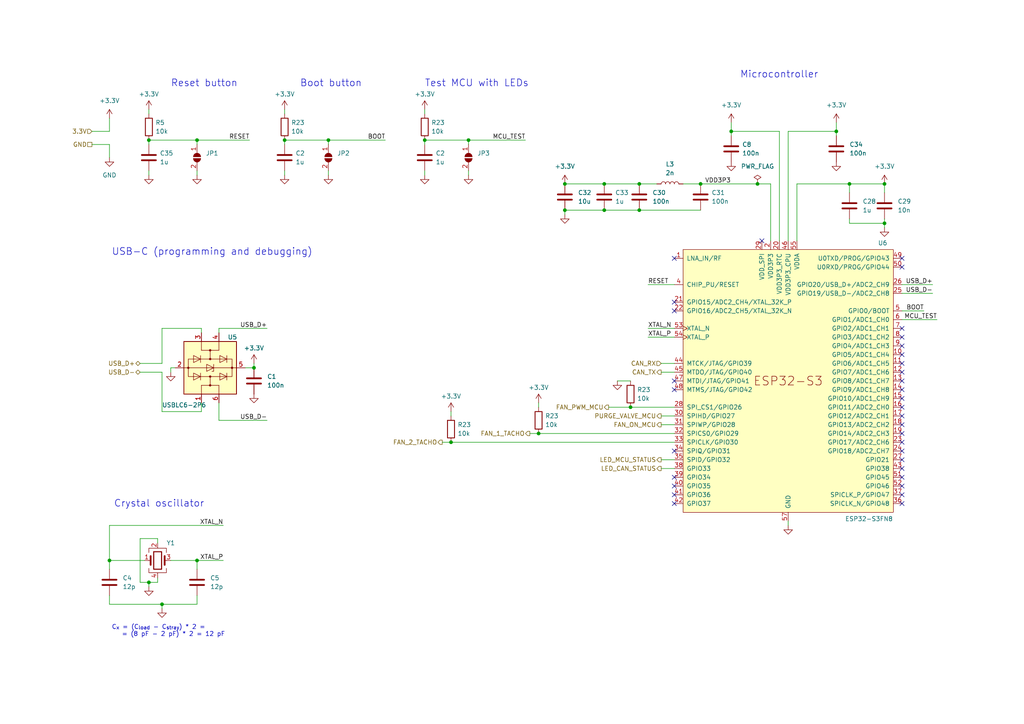
<source format=kicad_sch>
(kicad_sch (version 20230121) (generator eeschema)

  (uuid 6e2ecb38-bbec-4efc-bc2e-8e5e330f55bf)

  (paper "A4")

  (title_block
    (title "Motor driver unit")
    (company "Hydrogreen Pollub")
  )

  (lib_symbols
    (symbol "Device:C" (pin_numbers hide) (pin_names (offset 0.254)) (in_bom yes) (on_board yes)
      (property "Reference" "C" (at 0.635 2.54 0)
        (effects (font (size 1.27 1.27)) (justify left))
      )
      (property "Value" "C" (at 0.635 -2.54 0)
        (effects (font (size 1.27 1.27)) (justify left))
      )
      (property "Footprint" "" (at 0.9652 -3.81 0)
        (effects (font (size 1.27 1.27)) hide)
      )
      (property "Datasheet" "~" (at 0 0 0)
        (effects (font (size 1.27 1.27)) hide)
      )
      (property "ki_keywords" "cap capacitor" (at 0 0 0)
        (effects (font (size 1.27 1.27)) hide)
      )
      (property "ki_description" "Unpolarized capacitor" (at 0 0 0)
        (effects (font (size 1.27 1.27)) hide)
      )
      (property "ki_fp_filters" "C_*" (at 0 0 0)
        (effects (font (size 1.27 1.27)) hide)
      )
      (symbol "C_0_1"
        (polyline
          (pts
            (xy -2.032 -0.762)
            (xy 2.032 -0.762)
          )
          (stroke (width 0.508) (type default))
          (fill (type none))
        )
        (polyline
          (pts
            (xy -2.032 0.762)
            (xy 2.032 0.762)
          )
          (stroke (width 0.508) (type default))
          (fill (type none))
        )
      )
      (symbol "C_1_1"
        (pin passive line (at 0 3.81 270) (length 2.794)
          (name "~" (effects (font (size 1.27 1.27))))
          (number "1" (effects (font (size 1.27 1.27))))
        )
        (pin passive line (at 0 -3.81 90) (length 2.794)
          (name "~" (effects (font (size 1.27 1.27))))
          (number "2" (effects (font (size 1.27 1.27))))
        )
      )
    )
    (symbol "Device:Crystal_GND24" (pin_names (offset 1.016) hide) (in_bom yes) (on_board yes)
      (property "Reference" "Y" (at 3.175 5.08 0)
        (effects (font (size 1.27 1.27)) (justify left))
      )
      (property "Value" "Crystal_GND24" (at 3.175 3.175 0)
        (effects (font (size 1.27 1.27)) (justify left))
      )
      (property "Footprint" "" (at 0 0 0)
        (effects (font (size 1.27 1.27)) hide)
      )
      (property "Datasheet" "~" (at 0 0 0)
        (effects (font (size 1.27 1.27)) hide)
      )
      (property "ki_keywords" "quartz ceramic resonator oscillator" (at 0 0 0)
        (effects (font (size 1.27 1.27)) hide)
      )
      (property "ki_description" "Four pin crystal, GND on pins 2 and 4" (at 0 0 0)
        (effects (font (size 1.27 1.27)) hide)
      )
      (property "ki_fp_filters" "Crystal*" (at 0 0 0)
        (effects (font (size 1.27 1.27)) hide)
      )
      (symbol "Crystal_GND24_0_1"
        (rectangle (start -1.143 2.54) (end 1.143 -2.54)
          (stroke (width 0.3048) (type default))
          (fill (type none))
        )
        (polyline
          (pts
            (xy -2.54 0)
            (xy -2.032 0)
          )
          (stroke (width 0) (type default))
          (fill (type none))
        )
        (polyline
          (pts
            (xy -2.032 -1.27)
            (xy -2.032 1.27)
          )
          (stroke (width 0.508) (type default))
          (fill (type none))
        )
        (polyline
          (pts
            (xy 0 -3.81)
            (xy 0 -3.556)
          )
          (stroke (width 0) (type default))
          (fill (type none))
        )
        (polyline
          (pts
            (xy 0 3.556)
            (xy 0 3.81)
          )
          (stroke (width 0) (type default))
          (fill (type none))
        )
        (polyline
          (pts
            (xy 2.032 -1.27)
            (xy 2.032 1.27)
          )
          (stroke (width 0.508) (type default))
          (fill (type none))
        )
        (polyline
          (pts
            (xy 2.032 0)
            (xy 2.54 0)
          )
          (stroke (width 0) (type default))
          (fill (type none))
        )
        (polyline
          (pts
            (xy -2.54 -2.286)
            (xy -2.54 -3.556)
            (xy 2.54 -3.556)
            (xy 2.54 -2.286)
          )
          (stroke (width 0) (type default))
          (fill (type none))
        )
        (polyline
          (pts
            (xy -2.54 2.286)
            (xy -2.54 3.556)
            (xy 2.54 3.556)
            (xy 2.54 2.286)
          )
          (stroke (width 0) (type default))
          (fill (type none))
        )
      )
      (symbol "Crystal_GND24_1_1"
        (pin passive line (at -3.81 0 0) (length 1.27)
          (name "1" (effects (font (size 1.27 1.27))))
          (number "1" (effects (font (size 1.27 1.27))))
        )
        (pin passive line (at 0 5.08 270) (length 1.27)
          (name "2" (effects (font (size 1.27 1.27))))
          (number "2" (effects (font (size 1.27 1.27))))
        )
        (pin passive line (at 3.81 0 180) (length 1.27)
          (name "3" (effects (font (size 1.27 1.27))))
          (number "3" (effects (font (size 1.27 1.27))))
        )
        (pin passive line (at 0 -5.08 90) (length 1.27)
          (name "4" (effects (font (size 1.27 1.27))))
          (number "4" (effects (font (size 1.27 1.27))))
        )
      )
    )
    (symbol "Device:L" (pin_numbers hide) (pin_names (offset 1.016) hide) (in_bom yes) (on_board yes)
      (property "Reference" "L" (at -1.27 0 90)
        (effects (font (size 1.27 1.27)))
      )
      (property "Value" "L" (at 1.905 0 90)
        (effects (font (size 1.27 1.27)))
      )
      (property "Footprint" "" (at 0 0 0)
        (effects (font (size 1.27 1.27)) hide)
      )
      (property "Datasheet" "~" (at 0 0 0)
        (effects (font (size 1.27 1.27)) hide)
      )
      (property "ki_keywords" "inductor choke coil reactor magnetic" (at 0 0 0)
        (effects (font (size 1.27 1.27)) hide)
      )
      (property "ki_description" "Inductor" (at 0 0 0)
        (effects (font (size 1.27 1.27)) hide)
      )
      (property "ki_fp_filters" "Choke_* *Coil* Inductor_* L_*" (at 0 0 0)
        (effects (font (size 1.27 1.27)) hide)
      )
      (symbol "L_0_1"
        (arc (start 0 -2.54) (mid 0.6323 -1.905) (end 0 -1.27)
          (stroke (width 0) (type default))
          (fill (type none))
        )
        (arc (start 0 -1.27) (mid 0.6323 -0.635) (end 0 0)
          (stroke (width 0) (type default))
          (fill (type none))
        )
        (arc (start 0 0) (mid 0.6323 0.635) (end 0 1.27)
          (stroke (width 0) (type default))
          (fill (type none))
        )
        (arc (start 0 1.27) (mid 0.6323 1.905) (end 0 2.54)
          (stroke (width 0) (type default))
          (fill (type none))
        )
      )
      (symbol "L_1_1"
        (pin passive line (at 0 3.81 270) (length 1.27)
          (name "1" (effects (font (size 1.27 1.27))))
          (number "1" (effects (font (size 1.27 1.27))))
        )
        (pin passive line (at 0 -3.81 90) (length 1.27)
          (name "2" (effects (font (size 1.27 1.27))))
          (number "2" (effects (font (size 1.27 1.27))))
        )
      )
    )
    (symbol "Device:R" (pin_numbers hide) (pin_names (offset 0)) (in_bom yes) (on_board yes)
      (property "Reference" "R" (at 2.032 0 90)
        (effects (font (size 1.27 1.27)))
      )
      (property "Value" "R" (at 0 0 90)
        (effects (font (size 1.27 1.27)))
      )
      (property "Footprint" "" (at -1.778 0 90)
        (effects (font (size 1.27 1.27)) hide)
      )
      (property "Datasheet" "~" (at 0 0 0)
        (effects (font (size 1.27 1.27)) hide)
      )
      (property "ki_keywords" "R res resistor" (at 0 0 0)
        (effects (font (size 1.27 1.27)) hide)
      )
      (property "ki_description" "Resistor" (at 0 0 0)
        (effects (font (size 1.27 1.27)) hide)
      )
      (property "ki_fp_filters" "R_*" (at 0 0 0)
        (effects (font (size 1.27 1.27)) hide)
      )
      (symbol "R_0_1"
        (rectangle (start -1.016 -2.54) (end 1.016 2.54)
          (stroke (width 0.254) (type default))
          (fill (type none))
        )
      )
      (symbol "R_1_1"
        (pin passive line (at 0 3.81 270) (length 1.27)
          (name "~" (effects (font (size 1.27 1.27))))
          (number "1" (effects (font (size 1.27 1.27))))
        )
        (pin passive line (at 0 -3.81 90) (length 1.27)
          (name "~" (effects (font (size 1.27 1.27))))
          (number "2" (effects (font (size 1.27 1.27))))
        )
      )
    )
    (symbol "Jumper:SolderJumper_2_Open" (pin_names (offset 0) hide) (in_bom yes) (on_board yes)
      (property "Reference" "JP" (at 0 2.032 0)
        (effects (font (size 1.27 1.27)))
      )
      (property "Value" "SolderJumper_2_Open" (at 0 -2.54 0)
        (effects (font (size 1.27 1.27)))
      )
      (property "Footprint" "" (at 0 0 0)
        (effects (font (size 1.27 1.27)) hide)
      )
      (property "Datasheet" "~" (at 0 0 0)
        (effects (font (size 1.27 1.27)) hide)
      )
      (property "ki_keywords" "solder jumper SPST" (at 0 0 0)
        (effects (font (size 1.27 1.27)) hide)
      )
      (property "ki_description" "Solder Jumper, 2-pole, open" (at 0 0 0)
        (effects (font (size 1.27 1.27)) hide)
      )
      (property "ki_fp_filters" "SolderJumper*Open*" (at 0 0 0)
        (effects (font (size 1.27 1.27)) hide)
      )
      (symbol "SolderJumper_2_Open_0_1"
        (arc (start -0.254 1.016) (mid -1.2656 0) (end -0.254 -1.016)
          (stroke (width 0) (type default))
          (fill (type none))
        )
        (arc (start -0.254 1.016) (mid -1.2656 0) (end -0.254 -1.016)
          (stroke (width 0) (type default))
          (fill (type outline))
        )
        (polyline
          (pts
            (xy -0.254 1.016)
            (xy -0.254 -1.016)
          )
          (stroke (width 0) (type default))
          (fill (type none))
        )
        (polyline
          (pts
            (xy 0.254 1.016)
            (xy 0.254 -1.016)
          )
          (stroke (width 0) (type default))
          (fill (type none))
        )
        (arc (start 0.254 -1.016) (mid 1.2656 0) (end 0.254 1.016)
          (stroke (width 0) (type default))
          (fill (type none))
        )
        (arc (start 0.254 -1.016) (mid 1.2656 0) (end 0.254 1.016)
          (stroke (width 0) (type default))
          (fill (type outline))
        )
      )
      (symbol "SolderJumper_2_Open_1_1"
        (pin passive line (at -3.81 0 0) (length 2.54)
          (name "A" (effects (font (size 1.27 1.27))))
          (number "1" (effects (font (size 1.27 1.27))))
        )
        (pin passive line (at 3.81 0 180) (length 2.54)
          (name "B" (effects (font (size 1.27 1.27))))
          (number "2" (effects (font (size 1.27 1.27))))
        )
      )
    )
    (symbol "PCM_Espressif:ESP32-S3" (pin_names (offset 1.016)) (in_bom yes) (on_board yes)
      (property "Reference" "U" (at -30.48 43.18 0)
        (effects (font (size 1.27 1.27)) (justify left))
      )
      (property "Value" "ESP32-S3" (at -30.48 40.64 0)
        (effects (font (size 1.27 1.27)) (justify left))
      )
      (property "Footprint" "Package_DFN_QFN:QFN-56-1EP_7x7mm_P0.4mm_EP5.6x5.6mm" (at 0 -48.26 0)
        (effects (font (size 1.27 1.27)) hide)
      )
      (property "Datasheet" "https://www.espressif.com/sites/default/files/documentation/esp32-s3_datasheet_en.pdf" (at 0 -50.8 0)
        (effects (font (size 1.27 1.27)) hide)
      )
      (property "ki_description" "ESP32-S3 is a low-power MCU-based system-on-chip (SoC) that supports 2.4 GHz Wi-Fi and Bluetooth® Low Energy (Bluetooth LE). It consists of high-performance dual-core microprocessor (Xtensa® 32-bit LX7), a low power coprocessor, a Wi-Fi baseband, a Bluetooth LE baseband, RF module, and peripherals." (at 0 0 0)
        (effects (font (size 1.27 1.27)) hide)
      )
      (symbol "ESP32-S3_0_0"
        (text "ESP32-S3" (at 0 0 0)
          (effects (font (size 2.54 2.54)))
        )
        (pin bidirectional line (at 33.02 -35.56 180) (length 2.54)
          (name "SPICLK_N/GPIO48" (effects (font (size 1.27 1.27))))
          (number "36" (effects (font (size 1.27 1.27))))
        )
        (pin bidirectional line (at 33.02 -33.02 180) (length 2.54)
          (name "SPICLK_P/GPIO47" (effects (font (size 1.27 1.27))))
          (number "37" (effects (font (size 1.27 1.27))))
        )
      )
      (symbol "ESP32-S3_0_1"
        (rectangle (start -30.48 38.1) (end 30.48 -38.1)
          (stroke (width 0) (type default))
          (fill (type background))
        )
      )
      (symbol "ESP32-S3_1_1"
        (pin bidirectional line (at -33.02 35.56 0) (length 2.54)
          (name "LNA_IN/RF" (effects (font (size 1.27 1.27))))
          (number "1" (effects (font (size 1.27 1.27))))
        )
        (pin bidirectional line (at 33.02 7.62 180) (length 2.54)
          (name "GPIO5/ADC1_CH4" (effects (font (size 1.27 1.27))))
          (number "10" (effects (font (size 1.27 1.27))))
        )
        (pin bidirectional line (at 33.02 5.08 180) (length 2.54)
          (name "GPIO6/ADC1_CH5" (effects (font (size 1.27 1.27))))
          (number "11" (effects (font (size 1.27 1.27))))
        )
        (pin bidirectional line (at 33.02 2.54 180) (length 2.54)
          (name "GPIO7/ADC1_CH6" (effects (font (size 1.27 1.27))))
          (number "12" (effects (font (size 1.27 1.27))))
        )
        (pin bidirectional line (at 33.02 0 180) (length 2.54)
          (name "GPIO8/ADC1_CH7" (effects (font (size 1.27 1.27))))
          (number "13" (effects (font (size 1.27 1.27))))
        )
        (pin bidirectional line (at 33.02 -2.54 180) (length 2.54)
          (name "GPIO9/ADC1_CH8" (effects (font (size 1.27 1.27))))
          (number "14" (effects (font (size 1.27 1.27))))
        )
        (pin bidirectional line (at 33.02 -5.08 180) (length 2.54)
          (name "GPIO10/ADC1_CH9" (effects (font (size 1.27 1.27))))
          (number "15" (effects (font (size 1.27 1.27))))
        )
        (pin bidirectional line (at 33.02 -7.62 180) (length 2.54)
          (name "GPIO11/ADC2_CH0" (effects (font (size 1.27 1.27))))
          (number "16" (effects (font (size 1.27 1.27))))
        )
        (pin bidirectional line (at 33.02 -10.16 180) (length 2.54)
          (name "GPIO12/ADC2_CH1" (effects (font (size 1.27 1.27))))
          (number "17" (effects (font (size 1.27 1.27))))
        )
        (pin bidirectional line (at 33.02 -12.7 180) (length 2.54)
          (name "GPIO13/ADC2_CH2" (effects (font (size 1.27 1.27))))
          (number "18" (effects (font (size 1.27 1.27))))
        )
        (pin bidirectional line (at 33.02 -15.24 180) (length 2.54)
          (name "GPIO14/ADC2_CH3" (effects (font (size 1.27 1.27))))
          (number "19" (effects (font (size 1.27 1.27))))
        )
        (pin power_in line (at -5.08 40.64 270) (length 2.54)
          (name "VDD3P3" (effects (font (size 1.27 1.27))))
          (number "2" (effects (font (size 1.27 1.27))))
        )
        (pin power_in line (at -2.54 40.64 270) (length 2.54)
          (name "VDD3P3_RTC" (effects (font (size 1.27 1.27))))
          (number "20" (effects (font (size 1.27 1.27))))
        )
        (pin bidirectional line (at -33.02 22.86 0) (length 2.54)
          (name "GPIO15/ADC2_CH4/XTAL_32K_P" (effects (font (size 1.27 1.27))))
          (number "21" (effects (font (size 1.27 1.27))))
        )
        (pin bidirectional line (at -33.02 20.32 0) (length 2.54)
          (name "GPIO16/ADC2_CH5/XTAL_32K_N" (effects (font (size 1.27 1.27))))
          (number "22" (effects (font (size 1.27 1.27))))
        )
        (pin bidirectional line (at 33.02 -17.78 180) (length 2.54)
          (name "GPIO17/ADC2_CH6" (effects (font (size 1.27 1.27))))
          (number "23" (effects (font (size 1.27 1.27))))
        )
        (pin bidirectional line (at 33.02 -20.32 180) (length 2.54)
          (name "GPIO18/ADC2_CH7" (effects (font (size 1.27 1.27))))
          (number "24" (effects (font (size 1.27 1.27))))
        )
        (pin bidirectional line (at 33.02 25.4 180) (length 2.54)
          (name "GPIO19/USB_D-/ADC2_CH8" (effects (font (size 1.27 1.27))))
          (number "25" (effects (font (size 1.27 1.27))))
        )
        (pin bidirectional line (at 33.02 27.94 180) (length 2.54)
          (name "GPIO20/USB_D+/ADC2_CH9" (effects (font (size 1.27 1.27))))
          (number "26" (effects (font (size 1.27 1.27))))
        )
        (pin bidirectional line (at 33.02 -22.86 180) (length 2.54)
          (name "GPIO21" (effects (font (size 1.27 1.27))))
          (number "27" (effects (font (size 1.27 1.27))))
        )
        (pin bidirectional line (at -33.02 -7.62 0) (length 2.54)
          (name "SPI_CS1/GPIO26" (effects (font (size 1.27 1.27))))
          (number "28" (effects (font (size 1.27 1.27))))
        )
        (pin power_out line (at -7.62 40.64 270) (length 2.54)
          (name "VDD_SPI" (effects (font (size 1.27 1.27))))
          (number "29" (effects (font (size 1.27 1.27))))
        )
        (pin power_in line (at -5.08 40.64 270) (length 2.54) hide
          (name "VDD3P3" (effects (font (size 1.27 1.27))))
          (number "3" (effects (font (size 1.27 1.27))))
        )
        (pin bidirectional line (at -33.02 -10.16 0) (length 2.54)
          (name "SPIHD/GPIO27" (effects (font (size 1.27 1.27))))
          (number "30" (effects (font (size 1.27 1.27))))
        )
        (pin bidirectional line (at -33.02 -12.7 0) (length 2.54)
          (name "SPIWP/GPIO28" (effects (font (size 1.27 1.27))))
          (number "31" (effects (font (size 1.27 1.27))))
        )
        (pin bidirectional line (at -33.02 -15.24 0) (length 2.54)
          (name "SPICS0/GPIO29" (effects (font (size 1.27 1.27))))
          (number "32" (effects (font (size 1.27 1.27))))
        )
        (pin bidirectional line (at -33.02 -17.78 0) (length 2.54)
          (name "SPICLK/GPIO30" (effects (font (size 1.27 1.27))))
          (number "33" (effects (font (size 1.27 1.27))))
        )
        (pin bidirectional line (at -33.02 -20.32 0) (length 2.54)
          (name "SPIQ/GPIO31" (effects (font (size 1.27 1.27))))
          (number "34" (effects (font (size 1.27 1.27))))
        )
        (pin bidirectional line (at -33.02 -22.86 0) (length 2.54)
          (name "SPID/GPIO32" (effects (font (size 1.27 1.27))))
          (number "35" (effects (font (size 1.27 1.27))))
        )
        (pin bidirectional line (at -33.02 -25.4 0) (length 2.54)
          (name "GPIO33" (effects (font (size 1.27 1.27))))
          (number "38" (effects (font (size 1.27 1.27))))
        )
        (pin bidirectional line (at -33.02 -27.94 0) (length 2.54)
          (name "GPIO34" (effects (font (size 1.27 1.27))))
          (number "39" (effects (font (size 1.27 1.27))))
        )
        (pin input line (at -33.02 27.94 0) (length 2.54)
          (name "CHIP_PU/RESET" (effects (font (size 1.27 1.27))))
          (number "4" (effects (font (size 1.27 1.27))))
        )
        (pin bidirectional line (at -33.02 -30.48 0) (length 2.54)
          (name "GPIO35" (effects (font (size 1.27 1.27))))
          (number "40" (effects (font (size 1.27 1.27))))
        )
        (pin bidirectional line (at -33.02 -33.02 0) (length 2.54)
          (name "GPIO36" (effects (font (size 1.27 1.27))))
          (number "41" (effects (font (size 1.27 1.27))))
        )
        (pin bidirectional line (at -33.02 -35.56 0) (length 2.54)
          (name "GPIO37" (effects (font (size 1.27 1.27))))
          (number "42" (effects (font (size 1.27 1.27))))
        )
        (pin bidirectional line (at 33.02 -25.4 180) (length 2.54)
          (name "GPIO38" (effects (font (size 1.27 1.27))))
          (number "43" (effects (font (size 1.27 1.27))))
        )
        (pin bidirectional line (at -33.02 5.08 0) (length 2.54)
          (name "MTCK/JTAG/GPIO39" (effects (font (size 1.27 1.27))))
          (number "44" (effects (font (size 1.27 1.27))))
        )
        (pin bidirectional line (at -33.02 2.54 0) (length 2.54)
          (name "MTDO/JTAG/GPIO40" (effects (font (size 1.27 1.27))))
          (number "45" (effects (font (size 1.27 1.27))))
        )
        (pin power_in line (at 0 40.64 270) (length 2.54)
          (name "VDD3P3_CPU" (effects (font (size 1.27 1.27))))
          (number "46" (effects (font (size 1.27 1.27))))
        )
        (pin bidirectional line (at -33.02 0 0) (length 2.54)
          (name "MTDI/JTAG/GPIO41" (effects (font (size 1.27 1.27))))
          (number "47" (effects (font (size 1.27 1.27))))
        )
        (pin bidirectional line (at -33.02 -2.54 0) (length 2.54)
          (name "MTMS/JTAG/GPIO42" (effects (font (size 1.27 1.27))))
          (number "48" (effects (font (size 1.27 1.27))))
        )
        (pin bidirectional line (at 33.02 35.56 180) (length 2.54)
          (name "U0TXD/PROG/GPIO43" (effects (font (size 1.27 1.27))))
          (number "49" (effects (font (size 1.27 1.27))))
        )
        (pin bidirectional line (at 33.02 20.32 180) (length 2.54)
          (name "GPIO0/BOOT" (effects (font (size 1.27 1.27))))
          (number "5" (effects (font (size 1.27 1.27))))
        )
        (pin bidirectional line (at 33.02 33.02 180) (length 2.54)
          (name "U0RXD/PROG/GPIO44" (effects (font (size 1.27 1.27))))
          (number "50" (effects (font (size 1.27 1.27))))
        )
        (pin bidirectional line (at 33.02 -27.94 180) (length 2.54)
          (name "GPIO45" (effects (font (size 1.27 1.27))))
          (number "51" (effects (font (size 1.27 1.27))))
        )
        (pin bidirectional line (at 33.02 -30.48 180) (length 2.54)
          (name "GPIO46" (effects (font (size 1.27 1.27))))
          (number "52" (effects (font (size 1.27 1.27))))
        )
        (pin input clock (at -33.02 15.24 0) (length 2.54)
          (name "XTAL_N" (effects (font (size 1.27 1.27))))
          (number "53" (effects (font (size 1.27 1.27))))
        )
        (pin output clock (at -33.02 12.7 0) (length 2.54)
          (name "XTAL_P" (effects (font (size 1.27 1.27))))
          (number "54" (effects (font (size 1.27 1.27))))
        )
        (pin power_in line (at 2.54 40.64 270) (length 2.54)
          (name "VDDA" (effects (font (size 1.27 1.27))))
          (number "55" (effects (font (size 1.27 1.27))))
        )
        (pin passive line (at 2.54 40.64 270) (length 2.54) hide
          (name "VDDA" (effects (font (size 1.27 1.27))))
          (number "56" (effects (font (size 1.27 1.27))))
        )
        (pin power_in line (at 0 -40.64 90) (length 2.54)
          (name "GND" (effects (font (size 1.27 1.27))))
          (number "57" (effects (font (size 1.27 1.27))))
        )
        (pin bidirectional line (at 33.02 17.78 180) (length 2.54)
          (name "GPIO1/ADC1_CH0" (effects (font (size 1.27 1.27))))
          (number "6" (effects (font (size 1.27 1.27))))
        )
        (pin bidirectional line (at 33.02 15.24 180) (length 2.54)
          (name "GPIO2/ADC1_CH1" (effects (font (size 1.27 1.27))))
          (number "7" (effects (font (size 1.27 1.27))))
        )
        (pin bidirectional line (at 33.02 12.7 180) (length 2.54)
          (name "GPIO3/ADC1_CH2" (effects (font (size 1.27 1.27))))
          (number "8" (effects (font (size 1.27 1.27))))
        )
        (pin bidirectional line (at 33.02 10.16 180) (length 2.54)
          (name "GPIO4/ADC1_CH3" (effects (font (size 1.27 1.27))))
          (number "9" (effects (font (size 1.27 1.27))))
        )
      )
    )
    (symbol "Power_Protection:USBLC6-2P6" (pin_names hide) (in_bom yes) (on_board yes)
      (property "Reference" "U" (at 2.54 8.89 0)
        (effects (font (size 1.27 1.27)) (justify left))
      )
      (property "Value" "USBLC6-2P6" (at 2.54 -8.89 0)
        (effects (font (size 1.27 1.27)) (justify left))
      )
      (property "Footprint" "Package_TO_SOT_SMD:SOT-666" (at 0 -12.7 0)
        (effects (font (size 1.27 1.27)) hide)
      )
      (property "Datasheet" "https://www.st.com/resource/en/datasheet/usblc6-2.pdf" (at 5.08 8.89 0)
        (effects (font (size 1.27 1.27)) hide)
      )
      (property "ki_keywords" "usb ethernet video" (at 0 0 0)
        (effects (font (size 1.27 1.27)) hide)
      )
      (property "ki_description" "Very low capacitance ESD protection diode, 2 data-line, SOT-666" (at 0 0 0)
        (effects (font (size 1.27 1.27)) hide)
      )
      (property "ki_fp_filters" "SOT?666*" (at 0 0 0)
        (effects (font (size 1.27 1.27)) hide)
      )
      (symbol "USBLC6-2P6_0_1"
        (rectangle (start -7.62 -7.62) (end 7.62 7.62)
          (stroke (width 0.254) (type default))
          (fill (type background))
        )
        (circle (center -5.08 0) (radius 0.254)
          (stroke (width 0) (type default))
          (fill (type outline))
        )
        (circle (center -2.54 0) (radius 0.254)
          (stroke (width 0) (type default))
          (fill (type outline))
        )
        (rectangle (start -2.54 6.35) (end 2.54 -6.35)
          (stroke (width 0) (type default))
          (fill (type none))
        )
        (circle (center 0 -6.35) (radius 0.254)
          (stroke (width 0) (type default))
          (fill (type outline))
        )
        (polyline
          (pts
            (xy -5.08 -2.54)
            (xy -7.62 -2.54)
          )
          (stroke (width 0) (type default))
          (fill (type none))
        )
        (polyline
          (pts
            (xy -5.08 0)
            (xy -5.08 -2.54)
          )
          (stroke (width 0) (type default))
          (fill (type none))
        )
        (polyline
          (pts
            (xy -5.08 2.54)
            (xy -7.62 2.54)
          )
          (stroke (width 0) (type default))
          (fill (type none))
        )
        (polyline
          (pts
            (xy -1.524 -2.794)
            (xy -3.556 -2.794)
          )
          (stroke (width 0) (type default))
          (fill (type none))
        )
        (polyline
          (pts
            (xy -1.524 4.826)
            (xy -3.556 4.826)
          )
          (stroke (width 0) (type default))
          (fill (type none))
        )
        (polyline
          (pts
            (xy 0 -7.62)
            (xy 0 -6.35)
          )
          (stroke (width 0) (type default))
          (fill (type none))
        )
        (polyline
          (pts
            (xy 0 -6.35)
            (xy 0 1.27)
          )
          (stroke (width 0) (type default))
          (fill (type none))
        )
        (polyline
          (pts
            (xy 0 1.27)
            (xy 0 6.35)
          )
          (stroke (width 0) (type default))
          (fill (type none))
        )
        (polyline
          (pts
            (xy 0 6.35)
            (xy 0 7.62)
          )
          (stroke (width 0) (type default))
          (fill (type none))
        )
        (polyline
          (pts
            (xy 1.524 -2.794)
            (xy 3.556 -2.794)
          )
          (stroke (width 0) (type default))
          (fill (type none))
        )
        (polyline
          (pts
            (xy 1.524 4.826)
            (xy 3.556 4.826)
          )
          (stroke (width 0) (type default))
          (fill (type none))
        )
        (polyline
          (pts
            (xy 5.08 -2.54)
            (xy 7.62 -2.54)
          )
          (stroke (width 0) (type default))
          (fill (type none))
        )
        (polyline
          (pts
            (xy 5.08 0)
            (xy 5.08 -2.54)
          )
          (stroke (width 0) (type default))
          (fill (type none))
        )
        (polyline
          (pts
            (xy 5.08 2.54)
            (xy 7.62 2.54)
          )
          (stroke (width 0) (type default))
          (fill (type none))
        )
        (polyline
          (pts
            (xy -2.54 0)
            (xy -5.08 0)
            (xy -5.08 2.54)
          )
          (stroke (width 0) (type default))
          (fill (type none))
        )
        (polyline
          (pts
            (xy 2.54 0)
            (xy 5.08 0)
            (xy 5.08 2.54)
          )
          (stroke (width 0) (type default))
          (fill (type none))
        )
        (polyline
          (pts
            (xy -3.556 -4.826)
            (xy -1.524 -4.826)
            (xy -2.54 -2.794)
            (xy -3.556 -4.826)
          )
          (stroke (width 0) (type default))
          (fill (type none))
        )
        (polyline
          (pts
            (xy -3.556 2.794)
            (xy -1.524 2.794)
            (xy -2.54 4.826)
            (xy -3.556 2.794)
          )
          (stroke (width 0) (type default))
          (fill (type none))
        )
        (polyline
          (pts
            (xy -1.016 -1.016)
            (xy 1.016 -1.016)
            (xy 0 1.016)
            (xy -1.016 -1.016)
          )
          (stroke (width 0) (type default))
          (fill (type none))
        )
        (polyline
          (pts
            (xy 1.016 1.016)
            (xy 0.762 1.016)
            (xy -1.016 1.016)
            (xy -1.016 0.508)
          )
          (stroke (width 0) (type default))
          (fill (type none))
        )
        (polyline
          (pts
            (xy 3.556 -4.826)
            (xy 1.524 -4.826)
            (xy 2.54 -2.794)
            (xy 3.556 -4.826)
          )
          (stroke (width 0) (type default))
          (fill (type none))
        )
        (polyline
          (pts
            (xy 3.556 2.794)
            (xy 1.524 2.794)
            (xy 2.54 4.826)
            (xy 3.556 2.794)
          )
          (stroke (width 0) (type default))
          (fill (type none))
        )
        (circle (center 0 6.35) (radius 0.254)
          (stroke (width 0) (type default))
          (fill (type outline))
        )
        (circle (center 2.54 0) (radius 0.254)
          (stroke (width 0) (type default))
          (fill (type outline))
        )
        (circle (center 5.08 0) (radius 0.254)
          (stroke (width 0) (type default))
          (fill (type outline))
        )
      )
      (symbol "USBLC6-2P6_1_1"
        (pin passive line (at -10.16 -2.54 0) (length 2.54)
          (name "I/O1" (effects (font (size 1.27 1.27))))
          (number "1" (effects (font (size 1.27 1.27))))
        )
        (pin passive line (at 0 -10.16 90) (length 2.54)
          (name "GND" (effects (font (size 1.27 1.27))))
          (number "2" (effects (font (size 1.27 1.27))))
        )
        (pin passive line (at 10.16 -2.54 180) (length 2.54)
          (name "I/O2" (effects (font (size 1.27 1.27))))
          (number "3" (effects (font (size 1.27 1.27))))
        )
        (pin passive line (at 10.16 2.54 180) (length 2.54)
          (name "I/O2" (effects (font (size 1.27 1.27))))
          (number "4" (effects (font (size 1.27 1.27))))
        )
        (pin passive line (at 0 10.16 270) (length 2.54)
          (name "VBUS" (effects (font (size 1.27 1.27))))
          (number "5" (effects (font (size 1.27 1.27))))
        )
        (pin passive line (at -10.16 2.54 0) (length 2.54)
          (name "I/O1" (effects (font (size 1.27 1.27))))
          (number "6" (effects (font (size 1.27 1.27))))
        )
      )
    )
    (symbol "power:+3.3V" (power) (pin_names (offset 0)) (in_bom yes) (on_board yes)
      (property "Reference" "#PWR" (at 0 -3.81 0)
        (effects (font (size 1.27 1.27)) hide)
      )
      (property "Value" "+3.3V" (at 0 3.556 0)
        (effects (font (size 1.27 1.27)))
      )
      (property "Footprint" "" (at 0 0 0)
        (effects (font (size 1.27 1.27)) hide)
      )
      (property "Datasheet" "" (at 0 0 0)
        (effects (font (size 1.27 1.27)) hide)
      )
      (property "ki_keywords" "global power" (at 0 0 0)
        (effects (font (size 1.27 1.27)) hide)
      )
      (property "ki_description" "Power symbol creates a global label with name \"+3.3V\"" (at 0 0 0)
        (effects (font (size 1.27 1.27)) hide)
      )
      (symbol "+3.3V_0_1"
        (polyline
          (pts
            (xy -0.762 1.27)
            (xy 0 2.54)
          )
          (stroke (width 0) (type default))
          (fill (type none))
        )
        (polyline
          (pts
            (xy 0 0)
            (xy 0 2.54)
          )
          (stroke (width 0) (type default))
          (fill (type none))
        )
        (polyline
          (pts
            (xy 0 2.54)
            (xy 0.762 1.27)
          )
          (stroke (width 0) (type default))
          (fill (type none))
        )
      )
      (symbol "+3.3V_1_1"
        (pin power_in line (at 0 0 90) (length 0) hide
          (name "+3.3V" (effects (font (size 1.27 1.27))))
          (number "1" (effects (font (size 1.27 1.27))))
        )
      )
    )
    (symbol "power:GND" (power) (pin_names (offset 0)) (in_bom yes) (on_board yes)
      (property "Reference" "#PWR" (at 0 -6.35 0)
        (effects (font (size 1.27 1.27)) hide)
      )
      (property "Value" "GND" (at 0 -3.81 0)
        (effects (font (size 1.27 1.27)))
      )
      (property "Footprint" "" (at 0 0 0)
        (effects (font (size 1.27 1.27)) hide)
      )
      (property "Datasheet" "" (at 0 0 0)
        (effects (font (size 1.27 1.27)) hide)
      )
      (property "ki_keywords" "global power" (at 0 0 0)
        (effects (font (size 1.27 1.27)) hide)
      )
      (property "ki_description" "Power symbol creates a global label with name \"GND\" , ground" (at 0 0 0)
        (effects (font (size 1.27 1.27)) hide)
      )
      (symbol "GND_0_1"
        (polyline
          (pts
            (xy 0 0)
            (xy 0 -1.27)
            (xy 1.27 -1.27)
            (xy 0 -2.54)
            (xy -1.27 -1.27)
            (xy 0 -1.27)
          )
          (stroke (width 0) (type default))
          (fill (type none))
        )
      )
      (symbol "GND_1_1"
        (pin power_in line (at 0 0 270) (length 0) hide
          (name "GND" (effects (font (size 1.27 1.27))))
          (number "1" (effects (font (size 1.27 1.27))))
        )
      )
    )
    (symbol "power:PWR_FLAG" (power) (pin_numbers hide) (pin_names (offset 0) hide) (in_bom yes) (on_board yes)
      (property "Reference" "#FLG" (at 0 1.905 0)
        (effects (font (size 1.27 1.27)) hide)
      )
      (property "Value" "PWR_FLAG" (at 0 3.81 0)
        (effects (font (size 1.27 1.27)))
      )
      (property "Footprint" "" (at 0 0 0)
        (effects (font (size 1.27 1.27)) hide)
      )
      (property "Datasheet" "~" (at 0 0 0)
        (effects (font (size 1.27 1.27)) hide)
      )
      (property "ki_keywords" "flag power" (at 0 0 0)
        (effects (font (size 1.27 1.27)) hide)
      )
      (property "ki_description" "Special symbol for telling ERC where power comes from" (at 0 0 0)
        (effects (font (size 1.27 1.27)) hide)
      )
      (symbol "PWR_FLAG_0_0"
        (pin power_out line (at 0 0 90) (length 0)
          (name "pwr" (effects (font (size 1.27 1.27))))
          (number "1" (effects (font (size 1.27 1.27))))
        )
      )
      (symbol "PWR_FLAG_0_1"
        (polyline
          (pts
            (xy 0 0)
            (xy 0 1.27)
            (xy -1.016 1.905)
            (xy 0 2.54)
            (xy 1.016 1.905)
            (xy 0 1.27)
          )
          (stroke (width 0) (type default))
          (fill (type none))
        )
      )
    )
  )

  (junction (at 95.25 40.64) (diameter 0) (color 0 0 0 0)
    (uuid 030b7746-47ea-4ed7-b39d-8a0c567ec92a)
  )
  (junction (at 163.83 60.96) (diameter 0) (color 0 0 0 0)
    (uuid 03e68069-3273-421d-ab92-3580b43d8582)
  )
  (junction (at 135.89 40.64) (diameter 0) (color 0 0 0 0)
    (uuid 16510068-c700-4ffc-8662-6448ff47e903)
  )
  (junction (at 57.15 40.64) (diameter 0) (color 0 0 0 0)
    (uuid 1b91a314-7dcc-4bec-b9cc-e2f174019075)
  )
  (junction (at 219.71 53.34) (diameter 0) (color 0 0 0 0)
    (uuid 22e00b9a-2022-49fa-a390-1c3ac006633b)
  )
  (junction (at 212.09 38.1) (diameter 0) (color 0 0 0 0)
    (uuid 2b00cbc6-bee5-4e1c-a9c5-e252f1b60620)
  )
  (junction (at 175.26 53.34) (diameter 0) (color 0 0 0 0)
    (uuid 2c3f76e0-2c95-4cfc-9a9e-16609da387d1)
  )
  (junction (at 130.81 128.27) (diameter 0) (color 0 0 0 0)
    (uuid 3274fdf7-218f-4d1c-bb06-cea2153071b2)
  )
  (junction (at 163.83 53.34) (diameter 0) (color 0 0 0 0)
    (uuid 3d3b9477-2ed5-4a75-82ed-bdee0f430455)
  )
  (junction (at 242.57 38.1) (diameter 0) (color 0 0 0 0)
    (uuid 4b569c32-ed4f-4d4f-8b4c-5edc2642d173)
  )
  (junction (at 123.19 40.64) (diameter 0) (color 0 0 0 0)
    (uuid 4f01be41-9497-4e8a-9853-132e5bb5ef5c)
  )
  (junction (at 73.66 106.68) (diameter 0) (color 0 0 0 0)
    (uuid 5e66dd14-0751-4583-a865-e4662d7ed70d)
  )
  (junction (at 185.42 53.34) (diameter 0) (color 0 0 0 0)
    (uuid 6d4e5561-5846-4dec-b76e-7a67e0a381a0)
  )
  (junction (at 156.21 125.73) (diameter 0) (color 0 0 0 0)
    (uuid 73f96e03-c8a7-4b2c-b377-22db955ca6c3)
  )
  (junction (at 31.75 162.56) (diameter 0) (color 0 0 0 0)
    (uuid 7e23387e-95e6-4dad-a43c-ff1fa8dcbc5a)
  )
  (junction (at 203.2 53.34) (diameter 0) (color 0 0 0 0)
    (uuid 80fca75d-09f2-488e-9c1b-dc33474be724)
  )
  (junction (at 185.42 60.96) (diameter 0) (color 0 0 0 0)
    (uuid 871c6b61-0d22-40c1-bcac-ece9cad935b1)
  )
  (junction (at 256.54 53.34) (diameter 0) (color 0 0 0 0)
    (uuid 8a7cb6e1-c404-446a-bcde-1a3a1ef8a366)
  )
  (junction (at 43.18 40.64) (diameter 0) (color 0 0 0 0)
    (uuid 96373263-961c-41c5-b18d-70d680b69979)
  )
  (junction (at 57.15 162.56) (diameter 0) (color 0 0 0 0)
    (uuid baad4bd8-43ab-4744-b0f1-8099b68c864a)
  )
  (junction (at 46.99 175.26) (diameter 0) (color 0 0 0 0)
    (uuid d8af2dc6-c09e-45aa-843b-f0e6cf21f0db)
  )
  (junction (at 43.18 168.91) (diameter 0) (color 0 0 0 0)
    (uuid db6722d2-abe5-4fa7-bda6-f7db265a222e)
  )
  (junction (at 82.55 40.64) (diameter 0) (color 0 0 0 0)
    (uuid dc859a68-33c3-4a83-b600-6b0799a7f035)
  )
  (junction (at 256.54 64.77) (diameter 0) (color 0 0 0 0)
    (uuid f831bc9f-b18a-4b3d-a643-20ed035d45fa)
  )
  (junction (at 175.26 60.96) (diameter 0) (color 0 0 0 0)
    (uuid f9307168-3f2a-459e-9dda-b0cdd4ffb062)
  )
  (junction (at 246.38 53.34) (diameter 0) (color 0 0 0 0)
    (uuid facaef34-a4d5-4521-9392-e926595b1182)
  )
  (junction (at 182.88 118.11) (diameter 0) (color 0 0 0 0)
    (uuid fc86f09f-d888-4f6b-9fef-63bd849a5ce5)
  )

  (no_connect (at 261.62 77.47) (uuid 0426d8ef-b514-41d9-965c-051216f732db))
  (no_connect (at 220.98 69.85) (uuid 09077b2b-aa31-41bf-b26b-bf97ba0a28d5))
  (no_connect (at 261.62 125.73) (uuid 0aac7bcf-2443-47ed-be67-647702292352))
  (no_connect (at 195.58 90.17) (uuid 14c31228-6554-47e8-be8a-39f55d08067b))
  (no_connect (at 261.62 143.51) (uuid 23269a91-4e7d-4501-8fa6-a33fa9fa7dd4))
  (no_connect (at 261.62 130.81) (uuid 26e21e03-05ac-463b-84c0-50cfbb98d72b))
  (no_connect (at 195.58 74.93) (uuid 48be1952-e8fc-4ed8-8521-2a2a4bfa8064))
  (no_connect (at 261.62 102.87) (uuid 5411044e-dddf-4433-9039-cc8a12e0609b))
  (no_connect (at 195.58 138.43) (uuid 57f17cf7-5007-4a39-87de-c930953cfd36))
  (no_connect (at 261.62 95.25) (uuid 607c74b0-a29d-4ccc-9563-5efcc27b6dc3))
  (no_connect (at 261.62 118.11) (uuid 60ae1c50-b868-492c-89ab-c2118f95da30))
  (no_connect (at 261.62 107.95) (uuid 60e63e36-6477-4d61-86c5-26f9b6f7227b))
  (no_connect (at 261.62 113.03) (uuid 732a65cc-d1ff-4bc3-bcbb-8d7ea7556dc7))
  (no_connect (at 195.58 87.63) (uuid 7584f7e6-1cd6-4767-98c1-6d7e369e4a83))
  (no_connect (at 261.62 120.65) (uuid 79589c5c-899d-4513-ac5c-d833cf33ae79))
  (no_connect (at 195.58 146.05) (uuid 79cde3fd-6968-4049-a1c9-df1b58cae90a))
  (no_connect (at 261.62 140.97) (uuid 7bd2ba0e-106e-4e6f-90e3-fb8045adf4ff))
  (no_connect (at 195.58 130.81) (uuid 7d74a63e-2f06-4076-857f-d917c372596e))
  (no_connect (at 195.58 113.03) (uuid 7ef85aa0-76c8-4fd6-899c-2c0dc0fc92aa))
  (no_connect (at 195.58 140.97) (uuid 82747400-9b92-46ca-8c1d-e1466d72d0f9))
  (no_connect (at 261.62 74.93) (uuid 8a5fab87-0ac8-4694-87dc-7770c7826f58))
  (no_connect (at 261.62 97.79) (uuid 8ad0630e-67aa-4db6-9694-f6db65a9945c))
  (no_connect (at 261.62 128.27) (uuid 93f2e99d-49b3-452e-9393-f96d466b22df))
  (no_connect (at 261.62 100.33) (uuid 980d89d9-c9ea-4d2f-afe9-e8758a3c1f35))
  (no_connect (at 261.62 123.19) (uuid 9bf96b68-aff0-4f68-8db1-8d0a5b06b0af))
  (no_connect (at 261.62 133.35) (uuid 9f4cd2ab-841d-4a02-b377-d4cee95f8935))
  (no_connect (at 261.62 138.43) (uuid ad280bb8-5c98-4d12-b3f8-9a02a372446e))
  (no_connect (at 261.62 115.57) (uuid bcd1dfbf-7052-4307-abcb-659a915c449b))
  (no_connect (at 261.62 146.05) (uuid c9d910af-b459-43be-a7fa-3e58bd89707f))
  (no_connect (at 261.62 110.49) (uuid d7a26187-63a7-431b-bb1e-917a6a75a488))
  (no_connect (at 195.58 143.51) (uuid e3aaa067-79d9-47cd-a434-ff5d8cd78c45))
  (no_connect (at 195.58 110.49) (uuid e6192dcc-3891-44fb-a0c7-406f57438a3c))
  (no_connect (at 261.62 135.89) (uuid ea0f6a1d-4680-4077-9611-b1c50e8fc13e))
  (no_connect (at 261.62 105.41) (uuid fa2f9270-cd06-446d-9d53-e0e8beff2269))

  (wire (pts (xy 163.83 62.23) (xy 163.83 60.96))
    (stroke (width 0) (type default))
    (uuid 004a65a3-4f8c-4d5e-bb97-c0c01ee3d9a6)
  )
  (wire (pts (xy 228.6 38.1) (xy 242.57 38.1))
    (stroke (width 0) (type default))
    (uuid 066352a1-f72f-44a7-981d-20f3b11d815d)
  )
  (wire (pts (xy 163.83 53.34) (xy 175.26 53.34))
    (stroke (width 0) (type default))
    (uuid 0717864d-dbab-4a25-a26b-f112a4e658b3)
  )
  (wire (pts (xy 191.77 107.95) (xy 195.58 107.95))
    (stroke (width 0) (type default))
    (uuid 09634a81-c1fd-486c-b89f-218a0981ddb6)
  )
  (wire (pts (xy 58.42 116.84) (xy 58.42 119.38))
    (stroke (width 0) (type default))
    (uuid 0c32b476-4257-4d6a-8567-b1a49ac31dc7)
  )
  (wire (pts (xy 261.62 90.17) (xy 267.97 90.17))
    (stroke (width 0) (type default))
    (uuid 10129852-07b8-47f6-94e1-40f3495c7dd8)
  )
  (wire (pts (xy 31.75 172.72) (xy 31.75 175.26))
    (stroke (width 0) (type default))
    (uuid 11946cb2-6474-4aa2-8cd3-60c96c21be5e)
  )
  (wire (pts (xy 185.42 53.34) (xy 190.5 53.34))
    (stroke (width 0) (type default))
    (uuid 126b954a-a1b0-458e-9cfc-82e4d46a92ea)
  )
  (wire (pts (xy 26.67 38.1) (xy 31.75 38.1))
    (stroke (width 0) (type default))
    (uuid 14519a87-33e9-412a-ba6b-f43606764ab2)
  )
  (wire (pts (xy 58.42 95.25) (xy 58.42 96.52))
    (stroke (width 0) (type default))
    (uuid 17b35747-d8d5-4c07-a092-74e3107b73e1)
  )
  (wire (pts (xy 45.72 167.64) (xy 45.72 168.91))
    (stroke (width 0) (type default))
    (uuid 1abe63fb-9ef9-4e66-9f1c-55e5f1e66130)
  )
  (wire (pts (xy 82.55 50.8) (xy 82.55 49.53))
    (stroke (width 0) (type default))
    (uuid 1aeda88b-f338-450e-a228-653e80e976f2)
  )
  (wire (pts (xy 163.83 60.96) (xy 175.26 60.96))
    (stroke (width 0) (type default))
    (uuid 1dec0220-0c81-49b4-995b-7d518841a0f1)
  )
  (wire (pts (xy 187.96 95.25) (xy 195.58 95.25))
    (stroke (width 0) (type default))
    (uuid 1e0429c7-249f-40f3-ba2c-5bae69af826a)
  )
  (wire (pts (xy 270.51 82.55) (xy 261.62 82.55))
    (stroke (width 0) (type default))
    (uuid 2120938f-f5d2-4a45-9682-25bf8f3cad61)
  )
  (wire (pts (xy 175.26 60.96) (xy 185.42 60.96))
    (stroke (width 0) (type default))
    (uuid 21c37cba-f632-4684-8ea5-7aa818048391)
  )
  (wire (pts (xy 228.6 152.4) (xy 228.6 151.13))
    (stroke (width 0) (type default))
    (uuid 27862f10-48f2-4308-9fa8-3e0017f74b81)
  )
  (wire (pts (xy 63.5 95.25) (xy 77.47 95.25))
    (stroke (width 0) (type default))
    (uuid 29a1627c-5e5b-42ac-a93b-24efafddeb51)
  )
  (wire (pts (xy 153.67 125.73) (xy 156.21 125.73))
    (stroke (width 0) (type default))
    (uuid 2a34b723-2c20-4719-b7d4-07dc5bc17471)
  )
  (wire (pts (xy 95.25 49.53) (xy 95.25 50.8))
    (stroke (width 0) (type default))
    (uuid 2c6ad1f1-bbd1-46db-ba98-bf69cf0119d3)
  )
  (wire (pts (xy 191.77 123.19) (xy 195.58 123.19))
    (stroke (width 0) (type default))
    (uuid 2e531ab1-cdfc-4cce-99c8-d45469cff606)
  )
  (wire (pts (xy 185.42 60.96) (xy 203.2 60.96))
    (stroke (width 0) (type default))
    (uuid 2eb23b83-dcf8-40fb-bba1-1a04a293ce7b)
  )
  (wire (pts (xy 57.15 162.56) (xy 64.77 162.56))
    (stroke (width 0) (type default))
    (uuid 2f1bbe9a-250a-4240-a851-e93469c7adf1)
  )
  (wire (pts (xy 182.88 118.11) (xy 195.58 118.11))
    (stroke (width 0) (type default))
    (uuid 2f44e73d-6ba9-460c-8923-29836f062258)
  )
  (wire (pts (xy 191.77 135.89) (xy 195.58 135.89))
    (stroke (width 0) (type default))
    (uuid 3993e63f-be3e-4214-a85c-fefffc7a8e4a)
  )
  (wire (pts (xy 191.77 105.41) (xy 195.58 105.41))
    (stroke (width 0) (type default))
    (uuid 3a27fbfc-d687-47a7-929a-5d6c8c4d26b8)
  )
  (wire (pts (xy 212.09 38.1) (xy 226.06 38.1))
    (stroke (width 0) (type default))
    (uuid 3d3bf3b6-2ff6-4f4e-b149-3d61c4761548)
  )
  (wire (pts (xy 123.19 40.64) (xy 135.89 40.64))
    (stroke (width 0) (type default))
    (uuid 3e9d526d-8c35-482e-892e-22d2324db6db)
  )
  (wire (pts (xy 256.54 63.5) (xy 256.54 64.77))
    (stroke (width 0) (type default))
    (uuid 4417cc10-8a0e-4d09-af84-7f1538d23636)
  )
  (wire (pts (xy 57.15 162.56) (xy 57.15 165.1))
    (stroke (width 0) (type default))
    (uuid 46fe07af-e8f0-4043-81fc-5043b54f49ea)
  )
  (wire (pts (xy 223.52 53.34) (xy 223.52 69.85))
    (stroke (width 0) (type default))
    (uuid 47ce7b23-0354-4bce-ab4a-ca8b54a30097)
  )
  (wire (pts (xy 176.53 118.11) (xy 182.88 118.11))
    (stroke (width 0) (type default))
    (uuid 4fc94a39-1b14-4d8b-b6e7-cd1ef518774f)
  )
  (wire (pts (xy 203.2 53.34) (xy 219.71 53.34))
    (stroke (width 0) (type default))
    (uuid 53115957-bce6-4666-9ef0-5e294eea3452)
  )
  (wire (pts (xy 57.15 49.53) (xy 57.15 50.8))
    (stroke (width 0) (type default))
    (uuid 553f0251-212e-4fe2-b808-b63239430856)
  )
  (wire (pts (xy 246.38 63.5) (xy 246.38 64.77))
    (stroke (width 0) (type default))
    (uuid 55fe6e7b-127b-4a67-a875-ca1a199a3858)
  )
  (wire (pts (xy 135.89 40.64) (xy 135.89 41.91))
    (stroke (width 0) (type default))
    (uuid 579e11f4-fb32-4fbb-a03e-d4b1dc3f5d4b)
  )
  (wire (pts (xy 43.18 31.75) (xy 43.18 33.02))
    (stroke (width 0) (type default))
    (uuid 5ce4ae46-f122-490d-8538-032566181e42)
  )
  (wire (pts (xy 73.66 105.41) (xy 73.66 106.68))
    (stroke (width 0) (type default))
    (uuid 5e13276b-0fd4-4c5b-b2c0-65e20cce37d2)
  )
  (wire (pts (xy 31.75 38.1) (xy 31.75 34.29))
    (stroke (width 0) (type default))
    (uuid 5f82a2a8-bf68-40e0-8302-7b48d4ceaf82)
  )
  (wire (pts (xy 49.53 162.56) (xy 57.15 162.56))
    (stroke (width 0) (type default))
    (uuid 606382c2-9718-4f7c-8ccb-f3f6bbe69219)
  )
  (wire (pts (xy 43.18 170.18) (xy 43.18 168.91))
    (stroke (width 0) (type default))
    (uuid 60bbc20f-a8d4-49a9-9e72-12c31d27aa84)
  )
  (wire (pts (xy 246.38 64.77) (xy 256.54 64.77))
    (stroke (width 0) (type default))
    (uuid 60cd69f6-cdd2-4c5b-972a-26210ad37233)
  )
  (wire (pts (xy 31.75 41.91) (xy 31.75 45.72))
    (stroke (width 0) (type default))
    (uuid 65acec51-808b-4742-9117-e176f33a69d2)
  )
  (wire (pts (xy 231.14 53.34) (xy 246.38 53.34))
    (stroke (width 0) (type default))
    (uuid 67011940-3e56-4173-9d26-0ae5d72153f0)
  )
  (wire (pts (xy 46.99 107.95) (xy 40.64 107.95))
    (stroke (width 0) (type default))
    (uuid 68637000-94cb-40c1-9916-e816992c7195)
  )
  (wire (pts (xy 135.89 40.64) (xy 152.4 40.64))
    (stroke (width 0) (type default))
    (uuid 6aa5f48b-e7a6-4b13-82ea-5a7a44fdafe2)
  )
  (wire (pts (xy 63.5 121.92) (xy 77.47 121.92))
    (stroke (width 0) (type default))
    (uuid 6d5c6cba-e38d-459b-8675-e276dcd548f6)
  )
  (wire (pts (xy 43.18 50.8) (xy 43.18 49.53))
    (stroke (width 0) (type default))
    (uuid 6e0d7c25-c629-4124-9e13-fc97caf99e0c)
  )
  (wire (pts (xy 46.99 176.53) (xy 46.99 175.26))
    (stroke (width 0) (type default))
    (uuid 6e2047bd-5b63-4211-92fa-da3f5501319f)
  )
  (wire (pts (xy 31.75 162.56) (xy 31.75 152.4))
    (stroke (width 0) (type default))
    (uuid 7003c4ed-3766-47fa-9e7b-06f5c2632c49)
  )
  (wire (pts (xy 130.81 119.38) (xy 130.81 120.65))
    (stroke (width 0) (type default))
    (uuid 700835bb-a918-4ab4-a9c9-6c080f674480)
  )
  (wire (pts (xy 63.5 121.92) (xy 63.5 116.84))
    (stroke (width 0) (type default))
    (uuid 70e00526-df24-4690-b161-53aad175cbba)
  )
  (wire (pts (xy 41.91 162.56) (xy 31.75 162.56))
    (stroke (width 0) (type default))
    (uuid 78edbdc6-fbb8-4803-b795-24d1c7b642ed)
  )
  (wire (pts (xy 212.09 38.1) (xy 212.09 39.37))
    (stroke (width 0) (type default))
    (uuid 7e5577aa-5459-49d6-9f55-b9160b8697d9)
  )
  (wire (pts (xy 256.54 64.77) (xy 256.54 66.04))
    (stroke (width 0) (type default))
    (uuid 80ba290a-d1c5-4893-9d99-0557f6babce2)
  )
  (wire (pts (xy 57.15 175.26) (xy 46.99 175.26))
    (stroke (width 0) (type default))
    (uuid 8508ca1a-b8ba-4889-887a-6e509926e134)
  )
  (wire (pts (xy 156.21 116.84) (xy 156.21 118.11))
    (stroke (width 0) (type default))
    (uuid 86b642c0-0b31-4956-bac7-bddcedd33e05)
  )
  (wire (pts (xy 46.99 107.95) (xy 46.99 119.38))
    (stroke (width 0) (type default))
    (uuid 87cfd13e-fd34-4654-9ca0-6464bb5b54ce)
  )
  (wire (pts (xy 82.55 31.75) (xy 82.55 33.02))
    (stroke (width 0) (type default))
    (uuid 89332715-fcca-434f-beb9-411db5edf05a)
  )
  (wire (pts (xy 130.81 128.27) (xy 195.58 128.27))
    (stroke (width 0) (type default))
    (uuid 8c5db96a-77b8-4a67-976f-703089dccc73)
  )
  (wire (pts (xy 82.55 40.64) (xy 95.25 40.64))
    (stroke (width 0) (type default))
    (uuid 8cf85fea-3b08-4d26-8a81-104e9f13168f)
  )
  (wire (pts (xy 256.54 55.88) (xy 256.54 53.34))
    (stroke (width 0) (type default))
    (uuid 8f409c47-d937-4490-90c0-908f7060369f)
  )
  (wire (pts (xy 228.6 69.85) (xy 228.6 38.1))
    (stroke (width 0) (type default))
    (uuid 92e1a201-72c0-4dab-878a-04efd14f6e3b)
  )
  (wire (pts (xy 191.77 120.65) (xy 195.58 120.65))
    (stroke (width 0) (type default))
    (uuid 93882b02-6a38-46f2-ba58-051545b9ed59)
  )
  (wire (pts (xy 156.21 125.73) (xy 195.58 125.73))
    (stroke (width 0) (type default))
    (uuid 93ee3d06-b22a-4d61-bc0e-be5e2a692e98)
  )
  (wire (pts (xy 31.75 175.26) (xy 46.99 175.26))
    (stroke (width 0) (type default))
    (uuid 9483abcb-76bb-4a82-bc29-81862d1f64fe)
  )
  (wire (pts (xy 242.57 38.1) (xy 242.57 39.37))
    (stroke (width 0) (type default))
    (uuid 95ba9cc8-264f-4523-8b58-6d4895c15696)
  )
  (wire (pts (xy 123.19 40.64) (xy 123.19 41.91))
    (stroke (width 0) (type default))
    (uuid 96623d44-fc0e-4c4b-a550-ca3acaded880)
  )
  (wire (pts (xy 175.26 53.34) (xy 185.42 53.34))
    (stroke (width 0) (type default))
    (uuid 973b8fb7-85f6-48e5-b2ad-369af759067e)
  )
  (wire (pts (xy 219.71 53.34) (xy 223.52 53.34))
    (stroke (width 0) (type default))
    (uuid 977d6411-fc49-4799-8ff7-b0f61fc361e8)
  )
  (wire (pts (xy 46.99 119.38) (xy 58.42 119.38))
    (stroke (width 0) (type default))
    (uuid 99e72a25-6b97-49f6-8c74-2560ae961d0d)
  )
  (wire (pts (xy 57.15 40.64) (xy 57.15 41.91))
    (stroke (width 0) (type default))
    (uuid 9ae327b0-04f3-4213-8f78-29dc219160e9)
  )
  (wire (pts (xy 26.67 41.91) (xy 31.75 41.91))
    (stroke (width 0) (type default))
    (uuid a0b8952a-fc71-4c64-b401-f8d940bf0def)
  )
  (wire (pts (xy 57.15 40.64) (xy 72.39 40.64))
    (stroke (width 0) (type default))
    (uuid a0eba663-286d-406e-b287-284476b42708)
  )
  (wire (pts (xy 31.75 162.56) (xy 31.75 165.1))
    (stroke (width 0) (type default))
    (uuid a0f44581-276e-47c7-ad3c-da806992e7a2)
  )
  (wire (pts (xy 128.27 128.27) (xy 130.81 128.27))
    (stroke (width 0) (type default))
    (uuid a14c95e4-9ebb-4a4e-a482-30031ca70918)
  )
  (wire (pts (xy 95.25 40.64) (xy 95.25 41.91))
    (stroke (width 0) (type default))
    (uuid a8a9eb90-9f0e-433c-9a89-e82d9f806e73)
  )
  (wire (pts (xy 231.14 53.34) (xy 231.14 69.85))
    (stroke (width 0) (type default))
    (uuid a923ab25-b228-45cc-8eba-11ecd92c8cd5)
  )
  (wire (pts (xy 43.18 168.91) (xy 45.72 168.91))
    (stroke (width 0) (type default))
    (uuid aa1380d5-62d8-45f0-9877-c3809ecebbbc)
  )
  (wire (pts (xy 123.19 31.75) (xy 123.19 33.02))
    (stroke (width 0) (type default))
    (uuid aa9c24a7-1268-415d-b542-7183b55747ba)
  )
  (wire (pts (xy 226.06 38.1) (xy 226.06 69.85))
    (stroke (width 0) (type default))
    (uuid ab8a0f75-81a1-4859-bc2b-e2618af420fe)
  )
  (wire (pts (xy 242.57 35.56) (xy 242.57 38.1))
    (stroke (width 0) (type default))
    (uuid ac63c29f-dcdf-42d9-beca-bf0355ba492a)
  )
  (wire (pts (xy 63.5 95.25) (xy 63.5 96.52))
    (stroke (width 0) (type default))
    (uuid af8300b4-6986-467d-8f1d-9d1e8f9151f1)
  )
  (wire (pts (xy 46.99 105.41) (xy 40.64 105.41))
    (stroke (width 0) (type default))
    (uuid b3957dee-344f-49f9-8ff2-fa5f10d09618)
  )
  (wire (pts (xy 191.77 133.35) (xy 195.58 133.35))
    (stroke (width 0) (type default))
    (uuid b4755ce7-ca3f-4fcb-9864-9f32e8ad05e0)
  )
  (wire (pts (xy 31.75 152.4) (xy 64.77 152.4))
    (stroke (width 0) (type default))
    (uuid b4bacb71-9fa6-46eb-84ca-2eed21eda3c5)
  )
  (wire (pts (xy 198.12 53.34) (xy 203.2 53.34))
    (stroke (width 0) (type default))
    (uuid bbbd6eb4-b758-47a8-b9dc-08ef2ba0cd71)
  )
  (wire (pts (xy 179.07 110.49) (xy 182.88 110.49))
    (stroke (width 0) (type default))
    (uuid bca6a53a-63f2-4a5b-87a4-90ec7ad318fe)
  )
  (wire (pts (xy 43.18 40.64) (xy 43.18 41.91))
    (stroke (width 0) (type default))
    (uuid c1b5eadf-304f-46a2-9ae0-d7d8f1d58183)
  )
  (wire (pts (xy 212.09 35.56) (xy 212.09 38.1))
    (stroke (width 0) (type default))
    (uuid c1dec38e-981e-4336-9add-91b8986f81b0)
  )
  (wire (pts (xy 187.96 97.79) (xy 195.58 97.79))
    (stroke (width 0) (type default))
    (uuid c51ff067-eaa3-4a9c-8e41-a4196b4ed613)
  )
  (wire (pts (xy 187.96 82.55) (xy 195.58 82.55))
    (stroke (width 0) (type default))
    (uuid c5996b78-90e4-4d84-b7a8-045b5e058822)
  )
  (wire (pts (xy 246.38 53.34) (xy 246.38 55.88))
    (stroke (width 0) (type default))
    (uuid c92fba37-2c36-4d3f-9b32-81079b4bc30b)
  )
  (wire (pts (xy 43.18 40.64) (xy 57.15 40.64))
    (stroke (width 0) (type default))
    (uuid c960745e-05d5-4f0e-aa84-99481d51cdd1)
  )
  (wire (pts (xy 40.64 156.21) (xy 40.64 168.91))
    (stroke (width 0) (type default))
    (uuid cdc47879-72ff-424e-a297-b3ad394db6bf)
  )
  (wire (pts (xy 71.12 106.68) (xy 73.66 106.68))
    (stroke (width 0) (type default))
    (uuid cf53d2f8-1489-41a4-833b-605ab54e6f01)
  )
  (wire (pts (xy 45.72 157.48) (xy 45.72 156.21))
    (stroke (width 0) (type default))
    (uuid d44014cd-2585-4d6a-88bf-692bc76a27f0)
  )
  (wire (pts (xy 95.25 40.64) (xy 111.76 40.64))
    (stroke (width 0) (type default))
    (uuid d941e92b-10bb-4f23-ae8e-3155af378238)
  )
  (wire (pts (xy 246.38 53.34) (xy 256.54 53.34))
    (stroke (width 0) (type default))
    (uuid e6a9ca75-e7f3-42ea-be61-d921ddef5478)
  )
  (wire (pts (xy 49.53 106.68) (xy 50.8 106.68))
    (stroke (width 0) (type default))
    (uuid ea7645dd-96e0-4f3e-b5c4-3b178d4e556d)
  )
  (wire (pts (xy 57.15 172.72) (xy 57.15 175.26))
    (stroke (width 0) (type default))
    (uuid ede6ff2d-ec92-45b5-9d41-aaccc4260e0e)
  )
  (wire (pts (xy 49.53 106.68) (xy 49.53 107.95))
    (stroke (width 0) (type default))
    (uuid ee6dd6a6-dea5-4ebd-9024-e8b32cae09a5)
  )
  (wire (pts (xy 135.89 49.53) (xy 135.89 50.8))
    (stroke (width 0) (type default))
    (uuid ef148c5d-ef40-4a56-9101-efbb15cda655)
  )
  (wire (pts (xy 261.62 92.71) (xy 271.78 92.71))
    (stroke (width 0) (type default))
    (uuid f347cc32-ecf1-46fc-9684-546b642c18d4)
  )
  (wire (pts (xy 270.51 85.09) (xy 261.62 85.09))
    (stroke (width 0) (type default))
    (uuid f46b5218-b845-405a-925a-cebd4bcc286c)
  )
  (wire (pts (xy 46.99 105.41) (xy 46.99 95.25))
    (stroke (width 0) (type default))
    (uuid fa0edf53-4dea-4b31-b4e3-83da50f74a11)
  )
  (wire (pts (xy 45.72 156.21) (xy 40.64 156.21))
    (stroke (width 0) (type default))
    (uuid fab58ffc-2f1a-4880-9a22-8af0584c2c54)
  )
  (wire (pts (xy 40.64 168.91) (xy 43.18 168.91))
    (stroke (width 0) (type default))
    (uuid fb717134-a56c-46ca-973a-2a79be607cb6)
  )
  (wire (pts (xy 123.19 50.8) (xy 123.19 49.53))
    (stroke (width 0) (type default))
    (uuid fbb2194b-82fa-4aa8-8d40-df57f6b62835)
  )
  (wire (pts (xy 46.99 95.25) (xy 58.42 95.25))
    (stroke (width 0) (type default))
    (uuid fed791ab-9fbc-47b6-92ea-67ae6aafcd69)
  )
  (wire (pts (xy 82.55 40.64) (xy 82.55 41.91))
    (stroke (width 0) (type default))
    (uuid ff731824-c944-499c-a73e-672e321aa704)
  )

  (text "USB-C (programming and debugging)" (at 32.385 74.295 0)
    (effects (font (size 2 2)) (justify left bottom))
    (uuid 0e85a353-1f9e-4289-9da4-d82d05951262)
  )
  (text "Boot button" (at 86.995 25.4 0)
    (effects (font (size 2 2)) (justify left bottom))
    (uuid 68164834-03a4-4e55-b484-b7d1203eb5b8)
  )
  (text "Test MCU with LEDs" (at 123.19 25.4 0)
    (effects (font (size 2 2)) (justify left bottom))
    (uuid c0e3924b-a07c-4257-8394-277005fabd9a)
  )
  (text "Microcontroller" (at 214.63 22.86 0)
    (effects (font (size 2 2)) (justify left bottom))
    (uuid cee3753c-a702-43c8-91d1-98987c7c1cfa)
  )
  (text "Reset button" (at 49.53 25.4 0)
    (effects (font (size 2 2)) (justify left bottom))
    (uuid e45592ee-5c96-4a3c-9cb6-9998c721c70f)
  )
  (text "Crystal oscillator" (at 33.02 147.32 0)
    (effects (font (size 2 2)) (justify left bottom))
    (uuid e74709e0-8bd8-4f44-88e5-41805390c150)
  )
  (text "C_{x} = (C_{load} - C_{stray}) * 2 =\n   = (8 pF - 2 pF) * 2 = 12 pF\n"
    (at 32.385 184.785 0)
    (effects (font (size 1.27 1.27)) (justify left bottom))
    (uuid ece8097a-f7b9-43dd-8096-8771a0d8d73d)
  )

  (label "MCU_TEST" (at 271.78 92.71 180) (fields_autoplaced)
    (effects (font (size 1.27 1.27)) (justify right bottom))
    (uuid 182faee9-746b-408c-b0bf-618a97c5249c)
  )
  (label "RESET" (at 72.39 40.64 180) (fields_autoplaced)
    (effects (font (size 1.27 1.27)) (justify right bottom))
    (uuid 1b395166-0caf-44a9-82dd-60650927b75d)
  )
  (label "USB_D-" (at 270.51 85.09 180) (fields_autoplaced)
    (effects (font (size 1.27 1.27)) (justify right bottom))
    (uuid 1f5dd05b-c9ff-4056-9cd3-a00f3a8aaaea)
  )
  (label "XTAL_P" (at 187.96 97.79 0) (fields_autoplaced)
    (effects (font (size 1.27 1.27)) (justify left bottom))
    (uuid 21438095-b2e3-4fda-9471-0bfcafb4605c)
  )
  (label "RESET" (at 187.96 82.55 0) (fields_autoplaced)
    (effects (font (size 1.27 1.27)) (justify left bottom))
    (uuid 272227f0-36a3-4b80-91b0-e13e2e5d2400)
  )
  (label "MCU_TEST" (at 152.4 40.64 180) (fields_autoplaced)
    (effects (font (size 1.27 1.27)) (justify right bottom))
    (uuid 482d851e-985f-4e61-a519-df49c315875b)
  )
  (label "USB_D-" (at 77.47 121.92 180) (fields_autoplaced)
    (effects (font (size 1.27 1.27)) (justify right bottom))
    (uuid 498d33ec-a223-41ba-99cc-028e4e2ba274)
  )
  (label "USB_D+" (at 270.51 82.55 180) (fields_autoplaced)
    (effects (font (size 1.27 1.27)) (justify right bottom))
    (uuid 51a0fceb-3abe-4254-a030-22057a9a5f24)
  )
  (label "BOOT" (at 111.76 40.64 180) (fields_autoplaced)
    (effects (font (size 1.27 1.27)) (justify right bottom))
    (uuid 64a7d234-fc5a-4a41-84c0-eb927fb8515b)
  )
  (label "XTAL_N" (at 187.96 95.25 0) (fields_autoplaced)
    (effects (font (size 1.27 1.27)) (justify left bottom))
    (uuid 70190b1f-139e-4a8b-a909-9f642be573db)
  )
  (label "USB_D+" (at 77.47 95.25 180) (fields_autoplaced)
    (effects (font (size 1.27 1.27)) (justify right bottom))
    (uuid 9c93c30b-9286-4887-9ee5-c50fbc4289ae)
  )
  (label "VDD3P3" (at 204.47 53.34 0) (fields_autoplaced)
    (effects (font (size 1.27 1.27)) (justify left bottom))
    (uuid c68896c9-af1c-4f4e-87c3-0c0f8aa6ae73)
  )
  (label "XTAL_P" (at 64.77 162.56 180) (fields_autoplaced)
    (effects (font (size 1.27 1.27)) (justify right bottom))
    (uuid d95ab524-f75b-4ad0-948a-b9b88bb5711c)
  )
  (label "BOOT" (at 267.97 90.17 180) (fields_autoplaced)
    (effects (font (size 1.27 1.27)) (justify right bottom))
    (uuid e1149cb1-a638-4a6c-8942-2ed5065a79fd)
  )
  (label "XTAL_N" (at 64.77 152.4 180) (fields_autoplaced)
    (effects (font (size 1.27 1.27)) (justify right bottom))
    (uuid e16ceb73-526c-41a3-9391-d707833dda09)
  )

  (hierarchical_label "LED_MCU_STATUS" (shape output) (at 191.77 133.35 180) (fields_autoplaced)
    (effects (font (size 1.27 1.27)) (justify right))
    (uuid 0ae8d16a-4903-4306-8b55-91dafe155558)
  )
  (hierarchical_label "FAN_ON_MCU" (shape output) (at 191.77 123.19 180) (fields_autoplaced)
    (effects (font (size 1.27 1.27)) (justify right))
    (uuid 0b58d6b6-19f8-49a3-975a-71b7da090669)
  )
  (hierarchical_label "CAN_TX" (shape output) (at 191.77 107.95 180) (fields_autoplaced)
    (effects (font (size 1.27 1.27)) (justify right))
    (uuid 11970043-b035-48e1-a3b1-85c5889e07f9)
  )
  (hierarchical_label "3.3V" (shape input) (at 26.67 38.1 180) (fields_autoplaced)
    (effects (font (size 1.27 1.27)) (justify right))
    (uuid 1ef9b7c3-75be-43a0-9d53-75832a37a10a)
  )
  (hierarchical_label "USB_D-" (shape bidirectional) (at 40.64 107.95 180) (fields_autoplaced)
    (effects (font (size 1.27 1.27)) (justify right))
    (uuid 2ce9a8fb-a300-4100-87e9-f25a3658659e)
  )
  (hierarchical_label "CAN_RX" (shape input) (at 191.77 105.41 180) (fields_autoplaced)
    (effects (font (size 1.27 1.27)) (justify right))
    (uuid 39121143-d16a-45e5-a1ef-397ca7f5f988)
  )
  (hierarchical_label "GND" (shape passive) (at 26.67 41.91 180) (fields_autoplaced)
    (effects (font (size 1.27 1.27)) (justify right))
    (uuid 77a23efa-2733-4046-8a2c-ca3451dc80e4)
  )
  (hierarchical_label "FAN_1_TACHO" (shape output) (at 153.67 125.73 180) (fields_autoplaced)
    (effects (font (size 1.27 1.27)) (justify right))
    (uuid a29f5989-061a-43cf-b3a5-7e837b5cb888)
  )
  (hierarchical_label "PURGE_VALVE_MCU" (shape output) (at 191.77 120.65 180) (fields_autoplaced)
    (effects (font (size 1.27 1.27)) (justify right))
    (uuid aea273bc-b4e2-408d-9771-3732bdf599ff)
  )
  (hierarchical_label "FAN_PWM_MCU" (shape output) (at 176.53 118.11 180) (fields_autoplaced)
    (effects (font (size 1.27 1.27)) (justify right))
    (uuid bd4be3f8-85a5-4fea-8a7e-d9ae6ba40459)
  )
  (hierarchical_label "LED_CAN_STATUS" (shape output) (at 191.77 135.89 180) (fields_autoplaced)
    (effects (font (size 1.27 1.27)) (justify right))
    (uuid d23b6b63-6667-48f8-a9af-d17b68de69ed)
  )
  (hierarchical_label "FAN_2_TACHO" (shape output) (at 128.27 128.27 180) (fields_autoplaced)
    (effects (font (size 1.27 1.27)) (justify right))
    (uuid f1e848e7-227b-43db-81fa-925134edacd8)
  )
  (hierarchical_label "USB_D+" (shape bidirectional) (at 40.64 105.41 180) (fields_autoplaced)
    (effects (font (size 1.27 1.27)) (justify right))
    (uuid fdcb8524-f88f-4d03-9e60-a009281d8a66)
  )

  (symbol (lib_id "power:GND") (at 95.25 50.8 0) (unit 1)
    (in_bom yes) (on_board yes) (dnp no) (fields_autoplaced)
    (uuid 0619dcb9-ba1e-4110-8dd4-aad1a9f954a3)
    (property "Reference" "#PWR022" (at 95.25 57.15 0)
      (effects (font (size 1.27 1.27)) hide)
    )
    (property "Value" "GND" (at 95.25 55.245 0)
      (effects (font (size 1.27 1.27)) hide)
    )
    (property "Footprint" "" (at 95.25 50.8 0)
      (effects (font (size 1.27 1.27)) hide)
    )
    (property "Datasheet" "" (at 95.25 50.8 0)
      (effects (font (size 1.27 1.27)) hide)
    )
    (pin "1" (uuid 004df4f0-f534-4912-8524-16d30ecbadfb))
    (instances
      (project "schematic-main"
        (path "/c9ad7189-d3b2-414a-9743-efd8e57cd755"
          (reference "#PWR022") (unit 1)
        )
        (path "/c9ad7189-d3b2-414a-9743-efd8e57cd755/f92f58ec-64e0-437c-bc00-8ae46a3b3054"
          (reference "#PWR023") (unit 1)
        )
      )
    )
  )

  (symbol (lib_id "power:GND") (at 242.57 46.99 0) (unit 1)
    (in_bom yes) (on_board yes) (dnp no) (fields_autoplaced)
    (uuid 0820c02d-6f24-4539-ae26-48a79608f6b9)
    (property "Reference" "#PWR046" (at 242.57 53.34 0)
      (effects (font (size 1.27 1.27)) hide)
    )
    (property "Value" "GND" (at 242.57 52.07 0)
      (effects (font (size 1.27 1.27)) hide)
    )
    (property "Footprint" "" (at 242.57 46.99 0)
      (effects (font (size 1.27 1.27)) hide)
    )
    (property "Datasheet" "" (at 242.57 46.99 0)
      (effects (font (size 1.27 1.27)) hide)
    )
    (pin "1" (uuid 1f657ef6-755a-4553-9bd9-1fa4abb589a6))
    (instances
      (project "schematic-main"
        (path "/c9ad7189-d3b2-414a-9743-efd8e57cd755"
          (reference "#PWR046") (unit 1)
        )
        (path "/c9ad7189-d3b2-414a-9743-efd8e57cd755/e4695f4d-6fa6-4597-a598-6a2f28a255eb"
          (reference "#PWR049") (unit 1)
        )
        (path "/c9ad7189-d3b2-414a-9743-efd8e57cd755/f92f58ec-64e0-437c-bc00-8ae46a3b3054"
          (reference "#PWR019") (unit 1)
        )
      )
    )
  )

  (symbol (lib_id "power:GND") (at 163.83 62.23 0) (unit 1)
    (in_bom yes) (on_board yes) (dnp no) (fields_autoplaced)
    (uuid 0ea8aaa2-ff25-47ee-a586-a1516cf8901f)
    (property "Reference" "#PWR044" (at 163.83 68.58 0)
      (effects (font (size 1.27 1.27)) hide)
    )
    (property "Value" "GND" (at 163.83 67.31 0)
      (effects (font (size 1.27 1.27)) hide)
    )
    (property "Footprint" "" (at 163.83 62.23 0)
      (effects (font (size 1.27 1.27)) hide)
    )
    (property "Datasheet" "" (at 163.83 62.23 0)
      (effects (font (size 1.27 1.27)) hide)
    )
    (pin "1" (uuid 9cc404ae-8e9e-44a3-9bf2-b5a53aaa643b))
    (instances
      (project "schematic-main"
        (path "/c9ad7189-d3b2-414a-9743-efd8e57cd755"
          (reference "#PWR044") (unit 1)
        )
        (path "/c9ad7189-d3b2-414a-9743-efd8e57cd755/e4695f4d-6fa6-4597-a598-6a2f28a255eb"
          (reference "#PWR044") (unit 1)
        )
        (path "/c9ad7189-d3b2-414a-9743-efd8e57cd755/f92f58ec-64e0-437c-bc00-8ae46a3b3054"
          (reference "#PWR026") (unit 1)
        )
      )
    )
  )

  (symbol (lib_id "Device:C") (at 185.42 57.15 0) (unit 1)
    (in_bom yes) (on_board yes) (dnp no) (fields_autoplaced)
    (uuid 140a8763-d576-4348-bff8-f1ed0d26df7f)
    (property "Reference" "C30" (at 189.23 55.8799 0)
      (effects (font (size 1.27 1.27)) (justify left))
    )
    (property "Value" "100n" (at 189.23 58.4199 0)
      (effects (font (size 1.27 1.27)) (justify left))
    )
    (property "Footprint" "" (at 186.3852 60.96 0)
      (effects (font (size 1.27 1.27)) hide)
    )
    (property "Datasheet" "~" (at 185.42 57.15 0)
      (effects (font (size 1.27 1.27)) hide)
    )
    (pin "1" (uuid 9ca1bb0c-98ce-4163-81c7-ca74d665bdb4))
    (pin "2" (uuid 893a06cb-aa78-4574-a45f-c5960cc16da3))
    (instances
      (project "schematic-main"
        (path "/c9ad7189-d3b2-414a-9743-efd8e57cd755"
          (reference "C30") (unit 1)
        )
        (path "/c9ad7189-d3b2-414a-9743-efd8e57cd755/e4695f4d-6fa6-4597-a598-6a2f28a255eb"
          (reference "C13") (unit 1)
        )
        (path "/c9ad7189-d3b2-414a-9743-efd8e57cd755/f92f58ec-64e0-437c-bc00-8ae46a3b3054"
          (reference "C16") (unit 1)
        )
      )
    )
  )

  (symbol (lib_id "Device:C") (at 163.83 57.15 0) (unit 1)
    (in_bom yes) (on_board yes) (dnp no) (fields_autoplaced)
    (uuid 183b0987-af9e-461a-b28a-34e26505a037)
    (property "Reference" "C32" (at 167.64 55.8799 0)
      (effects (font (size 1.27 1.27)) (justify left))
    )
    (property "Value" "10u" (at 167.64 58.4199 0)
      (effects (font (size 1.27 1.27)) (justify left))
    )
    (property "Footprint" "" (at 164.7952 60.96 0)
      (effects (font (size 1.27 1.27)) hide)
    )
    (property "Datasheet" "~" (at 163.83 57.15 0)
      (effects (font (size 1.27 1.27)) hide)
    )
    (pin "1" (uuid 0e543aa7-dd52-4ecc-bf11-78884bfe0eff))
    (pin "2" (uuid b9bd5d40-94bd-4408-9542-8ada181a5823))
    (instances
      (project "schematic-main"
        (path "/c9ad7189-d3b2-414a-9743-efd8e57cd755"
          (reference "C32") (unit 1)
        )
        (path "/c9ad7189-d3b2-414a-9743-efd8e57cd755/e4695f4d-6fa6-4597-a598-6a2f28a255eb"
          (reference "C3") (unit 1)
        )
        (path "/c9ad7189-d3b2-414a-9743-efd8e57cd755/f92f58ec-64e0-437c-bc00-8ae46a3b3054"
          (reference "C14") (unit 1)
        )
      )
    )
  )

  (symbol (lib_id "Jumper:SolderJumper_2_Open") (at 57.15 45.72 270) (unit 1)
    (in_bom yes) (on_board yes) (dnp no) (fields_autoplaced)
    (uuid 1c06cd64-0417-4e46-8c00-a6f20c3ceb64)
    (property "Reference" "JP1" (at 59.69 44.45 90)
      (effects (font (size 1.27 1.27)) (justify left))
    )
    (property "Value" "SolderJumper_2_Open" (at 59.69 46.99 90)
      (effects (font (size 1.27 1.27)) (justify left) hide)
    )
    (property "Footprint" "Jumper:SolderJumper-2_P1.3mm_Open_Pad1.0x1.5mm" (at 57.15 45.72 0)
      (effects (font (size 1.27 1.27)) hide)
    )
    (property "Datasheet" "~" (at 57.15 45.72 0)
      (effects (font (size 1.27 1.27)) hide)
    )
    (pin "1" (uuid 79767855-d769-49ca-a76d-555630d5519a))
    (pin "2" (uuid 8c18d43b-34e9-4313-85cc-29201f261f2e))
    (instances
      (project "schematic-main"
        (path "/c9ad7189-d3b2-414a-9743-efd8e57cd755/f92f58ec-64e0-437c-bc00-8ae46a3b3054"
          (reference "JP1") (unit 1)
        )
      )
    )
  )

  (symbol (lib_id "Device:C") (at 175.26 57.15 0) (unit 1)
    (in_bom yes) (on_board yes) (dnp no) (fields_autoplaced)
    (uuid 25cf508a-78a8-4330-aa24-f4ae8789ecd0)
    (property "Reference" "C33" (at 178.435 55.8799 0)
      (effects (font (size 1.27 1.27)) (justify left))
    )
    (property "Value" "1u" (at 178.435 58.4199 0)
      (effects (font (size 1.27 1.27)) (justify left))
    )
    (property "Footprint" "" (at 176.2252 60.96 0)
      (effects (font (size 1.27 1.27)) hide)
    )
    (property "Datasheet" "~" (at 175.26 57.15 0)
      (effects (font (size 1.27 1.27)) hide)
    )
    (pin "1" (uuid 6de14e5b-6231-4bea-838b-45c34bc68468))
    (pin "2" (uuid f3c606f2-2294-411f-9411-e13714bf5c73))
    (instances
      (project "schematic-main"
        (path "/c9ad7189-d3b2-414a-9743-efd8e57cd755"
          (reference "C33") (unit 1)
        )
        (path "/c9ad7189-d3b2-414a-9743-efd8e57cd755/e4695f4d-6fa6-4597-a598-6a2f28a255eb"
          (reference "C8") (unit 1)
        )
        (path "/c9ad7189-d3b2-414a-9743-efd8e57cd755/f92f58ec-64e0-437c-bc00-8ae46a3b3054"
          (reference "C15") (unit 1)
        )
      )
    )
  )

  (symbol (lib_id "PCM_Espressif:ESP32-S3") (at 228.6 110.49 0) (unit 1)
    (in_bom yes) (on_board yes) (dnp no)
    (uuid 3360e448-2305-4fb9-b663-a26109ee69b3)
    (property "Reference" "U6" (at 254.635 70.485 0)
      (effects (font (size 1.27 1.27)) (justify left))
    )
    (property "Value" "ESP32-S3FN8" (at 245.11 150.495 0)
      (effects (font (size 1.27 1.27)) (justify left))
    )
    (property "Footprint" "Package_DFN_QFN:QFN-56-1EP_7x7mm_P0.4mm_EP5.6x5.6mm" (at 228.6 158.75 0)
      (effects (font (size 1.27 1.27)) hide)
    )
    (property "Datasheet" "https://www.espressif.com/sites/default/files/documentation/esp32-s3_datasheet_en.pdf" (at 228.6 161.29 0)
      (effects (font (size 1.27 1.27)) hide)
    )
    (pin "36" (uuid 929ae2f2-4150-40d2-b1ac-1a9cd4e1cd1f))
    (pin "37" (uuid 2794d148-6552-4c4f-8ee0-3dff93b8e3f5))
    (pin "1" (uuid 4ff5cad1-0c5b-4f99-98b3-6e296e6e5e07))
    (pin "10" (uuid 0ba4c017-d19d-4d99-a6d3-30269ccda17b))
    (pin "11" (uuid 833f45da-5c78-4252-813e-e21841197eaf))
    (pin "12" (uuid c1718170-13e5-4009-adf1-8daecdc5e221))
    (pin "13" (uuid 7e5cb638-3209-48ac-abb6-682e0aa7a5e4))
    (pin "14" (uuid 4cbe01bf-7da4-4e2c-b9a3-203ceeed002b))
    (pin "15" (uuid 10db8d53-30b5-4c24-9e21-87a2595aaa2e))
    (pin "16" (uuid f986d1dc-427c-493c-afdf-73e3c7c75e89))
    (pin "17" (uuid d4018c33-3f76-4a3d-8f9c-327fb6a1e03e))
    (pin "18" (uuid fd09dc10-69c3-4edc-bbcc-7b397c05706d))
    (pin "19" (uuid 48267a30-bd2a-402c-98c7-bfc4b1853af3))
    (pin "2" (uuid a285bebf-80bf-48f4-b7f0-23c0ba540593))
    (pin "20" (uuid 438c5122-314e-4c31-8650-5c1ab84ae1da))
    (pin "21" (uuid 275c627d-dc47-4b67-813c-67ba8195354b))
    (pin "22" (uuid 6514db70-83d6-43a2-ab14-fcad63c3db3d))
    (pin "23" (uuid a63e10f8-b761-4263-92f8-7de7b71ba6cd))
    (pin "24" (uuid 227d846b-b26e-480d-b902-2897a88ea622))
    (pin "25" (uuid f97cef66-0b7d-48ce-af2f-247fb829d131))
    (pin "26" (uuid 09625603-dbe7-42ce-b91b-5dbb53dfbd8f))
    (pin "27" (uuid 0859b1f0-9469-4006-8a59-f264782c8cf9))
    (pin "28" (uuid a0b2af78-7aae-402e-8bd9-e767c7ec270f))
    (pin "29" (uuid 38e523b7-d8c1-4a92-9519-47064e134d5b))
    (pin "3" (uuid 37db576f-2f72-4644-a4cb-26837fab2e47))
    (pin "30" (uuid 0cf5a7a2-d8ef-4580-8533-c0cd9a0469fe))
    (pin "31" (uuid 2cf33002-3fc5-41d7-b4be-64ee2b594a00))
    (pin "32" (uuid 78fe5968-d806-4628-a485-e550eecf3d2c))
    (pin "33" (uuid 1f5bc42d-f321-456d-adf4-decc4b52dedd))
    (pin "34" (uuid 8df43d5f-8ba5-4b9a-b3d7-f8387252ae7f))
    (pin "35" (uuid 4e6f1352-8eff-45eb-9b1e-f8cb96e677f4))
    (pin "38" (uuid 4800a97d-afcc-425a-b04d-fde7c463c450))
    (pin "39" (uuid 3a7b71bd-f6fe-4b09-ad39-cf835d63b93d))
    (pin "4" (uuid ca5f086d-aa4a-473e-8e5c-4fb76d8f93c1))
    (pin "40" (uuid bfc55d41-0b3f-4219-8d61-a13a601a2a97))
    (pin "41" (uuid 9318b468-9445-4136-a40e-696afe035368))
    (pin "42" (uuid 295085a5-3e62-4a0f-90e6-879ce18dbcd3))
    (pin "43" (uuid 97fef590-5314-48b0-be76-9b1d9996d6e9))
    (pin "44" (uuid 6b93af6d-db25-4569-b8f6-f97a9a6aa45b))
    (pin "45" (uuid 36aec7a5-60d5-47ed-8785-c1c7116b5409))
    (pin "46" (uuid 57f4d250-e172-4744-9a83-4bcbb22e5c10))
    (pin "47" (uuid 1f079fca-db23-4cbd-9793-873de20efa18))
    (pin "48" (uuid 63a5b9af-c03e-4b89-aefc-0719c9905484))
    (pin "49" (uuid 122d815d-4f73-44d4-98f1-d42c866bf936))
    (pin "5" (uuid 84ade0c3-822b-4aa2-ab6d-6ea7833d9ba8))
    (pin "50" (uuid d8380125-afdf-4e26-b448-168f82069cb8))
    (pin "51" (uuid d2ee04bd-d497-4eab-89e2-b7125c08d155))
    (pin "52" (uuid 6761eb89-07bc-4dd5-a565-7a27bd9ab8eb))
    (pin "53" (uuid 706b11d1-cc6b-409e-aa61-de9c46272a49))
    (pin "54" (uuid e4aaf6c4-ae21-4622-b06b-c1aca87cbb83))
    (pin "55" (uuid e0086580-e1e4-4698-97e2-23fcf2ba9787))
    (pin "56" (uuid 33e2b1e6-a7c6-441f-9406-54a8dbdf39bd))
    (pin "57" (uuid faaaa130-024c-414c-8da4-44be8800e6c7))
    (pin "6" (uuid 3981d145-68ca-4253-9a4b-693420320200))
    (pin "7" (uuid 72d2489c-d241-4f49-b142-d26fedcc99fd))
    (pin "8" (uuid f0d72a55-a20a-42ef-a0a2-165b75a0d988))
    (pin "9" (uuid 2a9c1068-7379-4718-be49-ab9584ecda74))
    (instances
      (project "schematic-main"
        (path "/c9ad7189-d3b2-414a-9743-efd8e57cd755"
          (reference "U6") (unit 1)
        )
        (path "/c9ad7189-d3b2-414a-9743-efd8e57cd755/e4695f4d-6fa6-4597-a598-6a2f28a255eb"
          (reference "U6") (unit 1)
        )
        (path "/c9ad7189-d3b2-414a-9743-efd8e57cd755/f92f58ec-64e0-437c-bc00-8ae46a3b3054"
          (reference "U4") (unit 1)
        )
      )
    )
  )

  (symbol (lib_id "Device:C") (at 212.09 43.18 0) (unit 1)
    (in_bom yes) (on_board yes) (dnp no) (fields_autoplaced)
    (uuid 37d5d8c2-2c89-457f-be8e-11b8bbb36004)
    (property "Reference" "C8" (at 215.265 41.9099 0)
      (effects (font (size 1.27 1.27)) (justify left))
    )
    (property "Value" "100n" (at 215.265 44.4499 0)
      (effects (font (size 1.27 1.27)) (justify left))
    )
    (property "Footprint" "" (at 213.0552 46.99 0)
      (effects (font (size 1.27 1.27)) hide)
    )
    (property "Datasheet" "~" (at 212.09 43.18 0)
      (effects (font (size 1.27 1.27)) hide)
    )
    (pin "1" (uuid 8ac72846-ca30-44b2-abe1-dc147ce6cd64))
    (pin "2" (uuid d6705572-1878-4091-bb53-5c1915698dcf))
    (instances
      (project "schematic-main"
        (path "/c9ad7189-d3b2-414a-9743-efd8e57cd755"
          (reference "C8") (unit 1)
        )
        (path "/c9ad7189-d3b2-414a-9743-efd8e57cd755/e4695f4d-6fa6-4597-a598-6a2f28a255eb"
          (reference "C14") (unit 1)
        )
        (path "/c9ad7189-d3b2-414a-9743-efd8e57cd755/f92f58ec-64e0-437c-bc00-8ae46a3b3054"
          (reference "C10") (unit 1)
        )
      )
    )
  )

  (symbol (lib_id "Device:C") (at 82.55 45.72 0) (unit 1)
    (in_bom yes) (on_board yes) (dnp no) (fields_autoplaced)
    (uuid 3beb17b4-a1f7-4034-ab2e-9455ef9c256a)
    (property "Reference" "C2" (at 85.725 44.4499 0)
      (effects (font (size 1.27 1.27)) (justify left))
    )
    (property "Value" "1u" (at 85.725 46.9899 0)
      (effects (font (size 1.27 1.27)) (justify left))
    )
    (property "Footprint" "" (at 83.5152 49.53 0)
      (effects (font (size 1.27 1.27)) hide)
    )
    (property "Datasheet" "~" (at 82.55 45.72 0)
      (effects (font (size 1.27 1.27)) hide)
    )
    (pin "1" (uuid 71580a13-e669-417d-9024-557d41b24d74))
    (pin "2" (uuid 75461b76-2af2-4a14-99c6-5f63af68de21))
    (instances
      (project "schematic-main"
        (path "/c9ad7189-d3b2-414a-9743-efd8e57cd755"
          (reference "C2") (unit 1)
        )
        (path "/c9ad7189-d3b2-414a-9743-efd8e57cd755/f92f58ec-64e0-437c-bc00-8ae46a3b3054"
          (reference "C13") (unit 1)
        )
      )
    )
  )

  (symbol (lib_id "power:GND") (at 82.55 50.8 0) (unit 1)
    (in_bom yes) (on_board yes) (dnp no) (fields_autoplaced)
    (uuid 4154947d-8030-4495-bdc7-d29796542c6c)
    (property "Reference" "#PWR05" (at 82.55 57.15 0)
      (effects (font (size 1.27 1.27)) hide)
    )
    (property "Value" "GND" (at 82.55 55.245 0)
      (effects (font (size 1.27 1.27)) hide)
    )
    (property "Footprint" "" (at 82.55 50.8 0)
      (effects (font (size 1.27 1.27)) hide)
    )
    (property "Datasheet" "" (at 82.55 50.8 0)
      (effects (font (size 1.27 1.27)) hide)
    )
    (pin "1" (uuid d747793a-fd68-4e78-a054-541636a2906b))
    (instances
      (project "schematic-main"
        (path "/c9ad7189-d3b2-414a-9743-efd8e57cd755"
          (reference "#PWR05") (unit 1)
        )
        (path "/c9ad7189-d3b2-414a-9743-efd8e57cd755/f92f58ec-64e0-437c-bc00-8ae46a3b3054"
          (reference "#PWR022") (unit 1)
        )
      )
    )
  )

  (symbol (lib_id "Jumper:SolderJumper_2_Open") (at 95.25 45.72 270) (unit 1)
    (in_bom yes) (on_board yes) (dnp no) (fields_autoplaced)
    (uuid 4496ec91-b8b7-4f96-b080-bfb50232d3f7)
    (property "Reference" "JP2" (at 97.79 44.45 90)
      (effects (font (size 1.27 1.27)) (justify left))
    )
    (property "Value" "SolderJumper_2_Open" (at 97.79 46.99 90)
      (effects (font (size 1.27 1.27)) (justify left) hide)
    )
    (property "Footprint" "Jumper:SolderJumper-2_P1.3mm_Open_Pad1.0x1.5mm" (at 95.25 45.72 0)
      (effects (font (size 1.27 1.27)) hide)
    )
    (property "Datasheet" "~" (at 95.25 45.72 0)
      (effects (font (size 1.27 1.27)) hide)
    )
    (pin "1" (uuid b39a9526-ab78-4385-9900-cc03a686be93))
    (pin "2" (uuid 6da88b19-1318-4e7e-a9ff-53b58c69e6d0))
    (instances
      (project "schematic-main"
        (path "/c9ad7189-d3b2-414a-9743-efd8e57cd755/f92f58ec-64e0-437c-bc00-8ae46a3b3054"
          (reference "JP2") (unit 1)
        )
      )
    )
  )

  (symbol (lib_id "power:+3.3V") (at 130.81 119.38 0) (unit 1)
    (in_bom yes) (on_board yes) (dnp no) (fields_autoplaced)
    (uuid 45dbe258-9336-46aa-8c98-91ef47e751fc)
    (property "Reference" "#PWR02" (at 130.81 123.19 0)
      (effects (font (size 1.27 1.27)) hide)
    )
    (property "Value" "+3.3V" (at 130.81 114.935 0)
      (effects (font (size 1.27 1.27)))
    )
    (property "Footprint" "" (at 130.81 119.38 0)
      (effects (font (size 1.27 1.27)) hide)
    )
    (property "Datasheet" "" (at 130.81 119.38 0)
      (effects (font (size 1.27 1.27)) hide)
    )
    (pin "1" (uuid fd6d3929-7b21-4e3a-87b8-c314534eae2a))
    (instances
      (project "schematic-main"
        (path "/c9ad7189-d3b2-414a-9743-efd8e57cd755"
          (reference "#PWR02") (unit 1)
        )
        (path "/c9ad7189-d3b2-414a-9743-efd8e57cd755/f92f58ec-64e0-437c-bc00-8ae46a3b3054"
          (reference "#PWR063") (unit 1)
        )
      )
    )
  )

  (symbol (lib_id "Device:L") (at 194.31 53.34 90) (unit 1)
    (in_bom yes) (on_board yes) (dnp no) (fields_autoplaced)
    (uuid 4f409450-3f94-471f-bc58-b5b3ca3c5f97)
    (property "Reference" "L3" (at 194.31 47.625 90)
      (effects (font (size 1.27 1.27)))
    )
    (property "Value" "2n" (at 194.31 50.165 90)
      (effects (font (size 1.27 1.27)))
    )
    (property "Footprint" "" (at 194.31 53.34 0)
      (effects (font (size 1.27 1.27)) hide)
    )
    (property "Datasheet" "~" (at 194.31 53.34 0)
      (effects (font (size 1.27 1.27)) hide)
    )
    (pin "1" (uuid 19f039eb-7631-4a8c-9983-49c2bceeca25))
    (pin "2" (uuid 8907545c-1ada-4af8-9153-ba4f3e4fa11b))
    (instances
      (project "schematic-main"
        (path "/c9ad7189-d3b2-414a-9743-efd8e57cd755"
          (reference "L3") (unit 1)
        )
        (path "/c9ad7189-d3b2-414a-9743-efd8e57cd755/e4695f4d-6fa6-4597-a598-6a2f28a255eb"
          (reference "L3") (unit 1)
        )
        (path "/c9ad7189-d3b2-414a-9743-efd8e57cd755/f92f58ec-64e0-437c-bc00-8ae46a3b3054"
          (reference "L2") (unit 1)
        )
      )
    )
  )

  (symbol (lib_id "Device:C") (at 123.19 45.72 0) (unit 1)
    (in_bom yes) (on_board yes) (dnp no) (fields_autoplaced)
    (uuid 5e9b9f59-299a-4059-a045-69ef9cb84a37)
    (property "Reference" "C2" (at 126.365 44.4499 0)
      (effects (font (size 1.27 1.27)) (justify left))
    )
    (property "Value" "1u" (at 126.365 46.9899 0)
      (effects (font (size 1.27 1.27)) (justify left))
    )
    (property "Footprint" "" (at 124.1552 49.53 0)
      (effects (font (size 1.27 1.27)) hide)
    )
    (property "Datasheet" "~" (at 123.19 45.72 0)
      (effects (font (size 1.27 1.27)) hide)
    )
    (pin "1" (uuid 7224662f-0a90-4e6b-bbe5-686d33a102c2))
    (pin "2" (uuid 21d72066-9bea-4e73-a3a2-083552eb7e49))
    (instances
      (project "schematic-main"
        (path "/c9ad7189-d3b2-414a-9743-efd8e57cd755"
          (reference "C2") (unit 1)
        )
        (path "/c9ad7189-d3b2-414a-9743-efd8e57cd755/f92f58ec-64e0-437c-bc00-8ae46a3b3054"
          (reference "C25") (unit 1)
        )
      )
    )
  )

  (symbol (lib_id "power:GND") (at 228.6 152.4 0) (unit 1)
    (in_bom yes) (on_board yes) (dnp no) (fields_autoplaced)
    (uuid 62a81b26-307e-4a12-a320-92ec40f4d332)
    (property "Reference" "#PWR053" (at 228.6 158.75 0)
      (effects (font (size 1.27 1.27)) hide)
    )
    (property "Value" "GND" (at 228.6 157.48 0)
      (effects (font (size 1.27 1.27)) hide)
    )
    (property "Footprint" "" (at 228.6 152.4 0)
      (effects (font (size 1.27 1.27)) hide)
    )
    (property "Datasheet" "" (at 228.6 152.4 0)
      (effects (font (size 1.27 1.27)) hide)
    )
    (pin "1" (uuid 2e7da135-5e4d-45ed-bce3-dc1374c48928))
    (instances
      (project "schematic-main"
        (path "/c9ad7189-d3b2-414a-9743-efd8e57cd755"
          (reference "#PWR053") (unit 1)
        )
        (path "/c9ad7189-d3b2-414a-9743-efd8e57cd755/e4695f4d-6fa6-4597-a598-6a2f28a255eb"
          (reference "#PWR047") (unit 1)
        )
        (path "/c9ad7189-d3b2-414a-9743-efd8e57cd755/f92f58ec-64e0-437c-bc00-8ae46a3b3054"
          (reference "#PWR032") (unit 1)
        )
      )
    )
  )

  (symbol (lib_id "power:GND") (at 31.75 45.72 0) (unit 1)
    (in_bom yes) (on_board yes) (dnp no) (fields_autoplaced)
    (uuid 63160fde-0e5d-4a54-9d35-715c3bfea6a7)
    (property "Reference" "#PWR018" (at 31.75 52.07 0)
      (effects (font (size 1.27 1.27)) hide)
    )
    (property "Value" "GND" (at 31.75 50.8 0)
      (effects (font (size 1.27 1.27)))
    )
    (property "Footprint" "" (at 31.75 45.72 0)
      (effects (font (size 1.27 1.27)) hide)
    )
    (property "Datasheet" "" (at 31.75 45.72 0)
      (effects (font (size 1.27 1.27)) hide)
    )
    (pin "1" (uuid 2265b215-2d38-4874-b9d6-5f159fccee34))
    (instances
      (project "schematic-main"
        (path "/c9ad7189-d3b2-414a-9743-efd8e57cd755/f92f58ec-64e0-437c-bc00-8ae46a3b3054"
          (reference "#PWR018") (unit 1)
        )
      )
    )
  )

  (symbol (lib_id "Device:R") (at 123.19 36.83 180) (unit 1)
    (in_bom yes) (on_board yes) (dnp no) (fields_autoplaced)
    (uuid 667588a3-0168-4a52-9586-d9e47d6ef83e)
    (property "Reference" "R23" (at 125.095 35.5599 0)
      (effects (font (size 1.27 1.27)) (justify right))
    )
    (property "Value" "10k" (at 125.095 38.0999 0)
      (effects (font (size 1.27 1.27)) (justify right))
    )
    (property "Footprint" "" (at 124.968 36.83 90)
      (effects (font (size 1.27 1.27)) hide)
    )
    (property "Datasheet" "~" (at 123.19 36.83 0)
      (effects (font (size 1.27 1.27)) hide)
    )
    (pin "1" (uuid a3a06dfe-b0f2-4dcf-b4a8-caf9fa5dc354))
    (pin "2" (uuid 75c682cc-4990-4525-9494-6b3974066222))
    (instances
      (project "schematic-main"
        (path "/c9ad7189-d3b2-414a-9743-efd8e57cd755"
          (reference "R23") (unit 1)
        )
        (path "/c9ad7189-d3b2-414a-9743-efd8e57cd755/f92f58ec-64e0-437c-bc00-8ae46a3b3054"
          (reference "R23") (unit 1)
        )
      )
    )
  )

  (symbol (lib_id "Device:Crystal_GND24") (at 45.72 162.56 0) (unit 1)
    (in_bom yes) (on_board yes) (dnp no)
    (uuid 67a2830c-4f6c-4dbf-af8d-42ef7b8704de)
    (property "Reference" "Y1" (at 49.53 157.48 0)
      (effects (font (size 1.27 1.27)))
    )
    (property "Value" "Crystal_GND24" (at 50.8 152.4 90)
      (effects (font (size 1.27 1.27)) hide)
    )
    (property "Footprint" "" (at 45.72 162.56 0)
      (effects (font (size 1.27 1.27)) hide)
    )
    (property "Datasheet" "qute://pdfjs/web/viewer.html?filename=tmpbnpn6it1_ABM11W-1774757.pdf&file=&source=https://www.mouser.pl/datasheet/2/3/ABM11W-1774757.pdf" (at 45.72 162.56 0)
      (effects (font (size 1.27 1.27)) hide)
    )
    (pin "1" (uuid a618a285-7a06-4e73-a98d-29afdbd8d89c))
    (pin "2" (uuid 46570609-39e3-4e76-bdbe-27dcf452d147))
    (pin "3" (uuid 6fd51133-7b23-40ad-bc33-1157f16c59da))
    (pin "4" (uuid 68480f41-ffbf-4043-b4e0-0d4f6d96c430))
    (instances
      (project "schematic-main"
        (path "/c9ad7189-d3b2-414a-9743-efd8e57cd755"
          (reference "Y1") (unit 1)
        )
        (path "/c9ad7189-d3b2-414a-9743-efd8e57cd755/f92f58ec-64e0-437c-bc00-8ae46a3b3054"
          (reference "Y1") (unit 1)
        )
      )
    )
  )

  (symbol (lib_id "power:GND") (at 43.18 170.18 0) (unit 1)
    (in_bom yes) (on_board yes) (dnp no) (fields_autoplaced)
    (uuid 6940743c-08db-4cb9-9d04-7c367238142b)
    (property "Reference" "#PWR010" (at 43.18 176.53 0)
      (effects (font (size 1.27 1.27)) hide)
    )
    (property "Value" "GND" (at 43.18 175.26 0)
      (effects (font (size 1.27 1.27)) hide)
    )
    (property "Footprint" "" (at 43.18 170.18 0)
      (effects (font (size 1.27 1.27)) hide)
    )
    (property "Datasheet" "" (at 43.18 170.18 0)
      (effects (font (size 1.27 1.27)) hide)
    )
    (pin "1" (uuid 8db797e5-d318-4333-89b2-124a2cdafb8f))
    (instances
      (project "schematic-main"
        (path "/c9ad7189-d3b2-414a-9743-efd8e57cd755"
          (reference "#PWR010") (unit 1)
        )
        (path "/c9ad7189-d3b2-414a-9743-efd8e57cd755/f92f58ec-64e0-437c-bc00-8ae46a3b3054"
          (reference "#PWR033") (unit 1)
        )
      )
    )
  )

  (symbol (lib_id "Device:C") (at 73.66 110.49 0) (unit 1)
    (in_bom yes) (on_board yes) (dnp no) (fields_autoplaced)
    (uuid 6b402a3f-8c8a-4f8e-b127-339819233ed6)
    (property "Reference" "C1" (at 77.47 109.2199 0)
      (effects (font (size 1.27 1.27)) (justify left))
    )
    (property "Value" "100n" (at 77.47 111.7599 0)
      (effects (font (size 1.27 1.27)) (justify left))
    )
    (property "Footprint" "" (at 74.6252 114.3 0)
      (effects (font (size 1.27 1.27)) hide)
    )
    (property "Datasheet" "~" (at 73.66 110.49 0)
      (effects (font (size 1.27 1.27)) hide)
    )
    (pin "1" (uuid e94e0143-cb5b-40c2-bda0-d6b71ea63d6f))
    (pin "2" (uuid b00ac279-7e17-40d4-8728-c19c8178c4b6))
    (instances
      (project "schematic-main"
        (path "/c9ad7189-d3b2-414a-9743-efd8e57cd755"
          (reference "C1") (unit 1)
        )
        (path "/c9ad7189-d3b2-414a-9743-efd8e57cd755/f92f58ec-64e0-437c-bc00-8ae46a3b3054"
          (reference "C20") (unit 1)
        )
      )
    )
  )

  (symbol (lib_id "Device:R") (at 43.18 36.83 180) (unit 1)
    (in_bom yes) (on_board yes) (dnp no) (fields_autoplaced)
    (uuid 6e710057-283d-4718-b9c6-851d9866bb5c)
    (property "Reference" "R5" (at 45.085 35.5599 0)
      (effects (font (size 1.27 1.27)) (justify right))
    )
    (property "Value" "10k" (at 45.085 38.0999 0)
      (effects (font (size 1.27 1.27)) (justify right))
    )
    (property "Footprint" "" (at 44.958 36.83 90)
      (effects (font (size 1.27 1.27)) hide)
    )
    (property "Datasheet" "~" (at 43.18 36.83 0)
      (effects (font (size 1.27 1.27)) hide)
    )
    (pin "1" (uuid da549191-1761-483e-a96c-20528c9d8726))
    (pin "2" (uuid 1d8e561f-41cc-4e83-a573-a10deab8f5fd))
    (instances
      (project "schematic-main"
        (path "/c9ad7189-d3b2-414a-9743-efd8e57cd755"
          (reference "R5") (unit 1)
        )
        (path "/c9ad7189-d3b2-414a-9743-efd8e57cd755/f92f58ec-64e0-437c-bc00-8ae46a3b3054"
          (reference "R12") (unit 1)
        )
      )
    )
  )

  (symbol (lib_id "Device:C") (at 256.54 59.69 0) (unit 1)
    (in_bom yes) (on_board yes) (dnp no) (fields_autoplaced)
    (uuid 70eefd08-f844-4140-ab3c-a51b0bdbc0bf)
    (property "Reference" "C29" (at 260.35 58.4199 0)
      (effects (font (size 1.27 1.27)) (justify left))
    )
    (property "Value" "10n" (at 260.35 60.9599 0)
      (effects (font (size 1.27 1.27)) (justify left))
    )
    (property "Footprint" "" (at 257.5052 63.5 0)
      (effects (font (size 1.27 1.27)) hide)
    )
    (property "Datasheet" "~" (at 256.54 59.69 0)
      (effects (font (size 1.27 1.27)) hide)
    )
    (pin "1" (uuid 5b500bb8-462d-4369-a572-16361ad70b48))
    (pin "2" (uuid cdd7384e-1dfe-4b6a-9a61-11d258418df6))
    (instances
      (project "schematic-main"
        (path "/c9ad7189-d3b2-414a-9743-efd8e57cd755"
          (reference "C29") (unit 1)
        )
        (path "/c9ad7189-d3b2-414a-9743-efd8e57cd755/e4695f4d-6fa6-4597-a598-6a2f28a255eb"
          (reference "C30") (unit 1)
        )
        (path "/c9ad7189-d3b2-414a-9743-efd8e57cd755/f92f58ec-64e0-437c-bc00-8ae46a3b3054"
          (reference "C19") (unit 1)
        )
      )
    )
  )

  (symbol (lib_id "power:+3.3V") (at 156.21 116.84 0) (unit 1)
    (in_bom yes) (on_board yes) (dnp no) (fields_autoplaced)
    (uuid 798f4318-2786-4fa3-b2b9-8c8762656eaa)
    (property "Reference" "#PWR02" (at 156.21 120.65 0)
      (effects (font (size 1.27 1.27)) hide)
    )
    (property "Value" "+3.3V" (at 156.21 112.395 0)
      (effects (font (size 1.27 1.27)))
    )
    (property "Footprint" "" (at 156.21 116.84 0)
      (effects (font (size 1.27 1.27)) hide)
    )
    (property "Datasheet" "" (at 156.21 116.84 0)
      (effects (font (size 1.27 1.27)) hide)
    )
    (pin "1" (uuid b2875f87-bda3-4b9c-ba01-cdbec340acff))
    (instances
      (project "schematic-main"
        (path "/c9ad7189-d3b2-414a-9743-efd8e57cd755"
          (reference "#PWR02") (unit 1)
        )
        (path "/c9ad7189-d3b2-414a-9743-efd8e57cd755/f92f58ec-64e0-437c-bc00-8ae46a3b3054"
          (reference "#PWR062") (unit 1)
        )
      )
    )
  )

  (symbol (lib_id "Device:C") (at 31.75 168.91 0) (unit 1)
    (in_bom yes) (on_board yes) (dnp no) (fields_autoplaced)
    (uuid 7caf592b-b1ea-4078-921d-c639473ee215)
    (property "Reference" "C4" (at 35.56 167.6399 0)
      (effects (font (size 1.27 1.27)) (justify left))
    )
    (property "Value" "12p" (at 35.56 170.1799 0)
      (effects (font (size 1.27 1.27)) (justify left))
    )
    (property "Footprint" "" (at 32.7152 172.72 0)
      (effects (font (size 1.27 1.27)) hide)
    )
    (property "Datasheet" "~" (at 31.75 168.91 0)
      (effects (font (size 1.27 1.27)) hide)
    )
    (pin "1" (uuid b217f8c5-8602-44c7-9d64-6ef67b4ca053))
    (pin "2" (uuid f33700a8-80c4-4cea-88a5-61fee2d35818))
    (instances
      (project "schematic-main"
        (path "/c9ad7189-d3b2-414a-9743-efd8e57cd755"
          (reference "C4") (unit 1)
        )
        (path "/c9ad7189-d3b2-414a-9743-efd8e57cd755/f92f58ec-64e0-437c-bc00-8ae46a3b3054"
          (reference "C21") (unit 1)
        )
      )
    )
  )

  (symbol (lib_id "power:+3.3V") (at 256.54 53.34 0) (unit 1)
    (in_bom yes) (on_board yes) (dnp no) (fields_autoplaced)
    (uuid 7e659b0b-f073-422c-a200-42bb10def839)
    (property "Reference" "#PWR050" (at 256.54 57.15 0)
      (effects (font (size 1.27 1.27)) hide)
    )
    (property "Value" "+3.3V" (at 256.54 48.26 0)
      (effects (font (size 1.27 1.27)))
    )
    (property "Footprint" "" (at 256.54 53.34 0)
      (effects (font (size 1.27 1.27)) hide)
    )
    (property "Datasheet" "" (at 256.54 53.34 0)
      (effects (font (size 1.27 1.27)) hide)
    )
    (pin "1" (uuid b5efafbc-8242-4adf-96b3-b6ea8e10fdc4))
    (instances
      (project "schematic-main"
        (path "/c9ad7189-d3b2-414a-9743-efd8e57cd755"
          (reference "#PWR050") (unit 1)
        )
        (path "/c9ad7189-d3b2-414a-9743-efd8e57cd755/e4695f4d-6fa6-4597-a598-6a2f28a255eb"
          (reference "#PWR050") (unit 1)
        )
        (path "/c9ad7189-d3b2-414a-9743-efd8e57cd755/f92f58ec-64e0-437c-bc00-8ae46a3b3054"
          (reference "#PWR025") (unit 1)
        )
      )
    )
  )

  (symbol (lib_id "power:+3.3V") (at 31.75 34.29 0) (unit 1)
    (in_bom yes) (on_board yes) (dnp no) (fields_autoplaced)
    (uuid 80e30c31-71ae-445e-a8ad-d5872c31f40a)
    (property "Reference" "#PWR015" (at 31.75 38.1 0)
      (effects (font (size 1.27 1.27)) hide)
    )
    (property "Value" "+3.3V" (at 31.75 29.21 0)
      (effects (font (size 1.27 1.27)))
    )
    (property "Footprint" "" (at 31.75 34.29 0)
      (effects (font (size 1.27 1.27)) hide)
    )
    (property "Datasheet" "" (at 31.75 34.29 0)
      (effects (font (size 1.27 1.27)) hide)
    )
    (pin "1" (uuid 731e1b05-b3a9-4d5e-a7c2-563479796be6))
    (instances
      (project "schematic-main"
        (path "/c9ad7189-d3b2-414a-9743-efd8e57cd755/f92f58ec-64e0-437c-bc00-8ae46a3b3054"
          (reference "#PWR015") (unit 1)
        )
      )
    )
  )

  (symbol (lib_id "power:+3.3V") (at 242.57 35.56 0) (unit 1)
    (in_bom yes) (on_board yes) (dnp no) (fields_autoplaced)
    (uuid 8cfc0d18-ca90-45c9-82ba-99d0710e8cb7)
    (property "Reference" "#PWR014" (at 242.57 39.37 0)
      (effects (font (size 1.27 1.27)) hide)
    )
    (property "Value" "+3.3V" (at 242.57 30.48 0)
      (effects (font (size 1.27 1.27)))
    )
    (property "Footprint" "" (at 242.57 35.56 0)
      (effects (font (size 1.27 1.27)) hide)
    )
    (property "Datasheet" "" (at 242.57 35.56 0)
      (effects (font (size 1.27 1.27)) hide)
    )
    (pin "1" (uuid 1982fa79-c27c-4884-9f54-63e57fdc61dd))
    (instances
      (project "schematic-main"
        (path "/c9ad7189-d3b2-414a-9743-efd8e57cd755"
          (reference "#PWR014") (unit 1)
        )
        (path "/c9ad7189-d3b2-414a-9743-efd8e57cd755/e4695f4d-6fa6-4597-a598-6a2f28a255eb"
          (reference "#PWR045") (unit 1)
        )
        (path "/c9ad7189-d3b2-414a-9743-efd8e57cd755/f92f58ec-64e0-437c-bc00-8ae46a3b3054"
          (reference "#PWR048") (unit 1)
        )
      )
    )
  )

  (symbol (lib_id "power:GND") (at 49.53 107.95 0) (mirror y) (unit 1)
    (in_bom yes) (on_board yes) (dnp no) (fields_autoplaced)
    (uuid 9841e9ec-198a-412f-bdb6-81f1b1d2f7e7)
    (property "Reference" "#PWR048" (at 49.53 114.3 0)
      (effects (font (size 1.27 1.27)) hide)
    )
    (property "Value" "GND" (at 49.53 113.03 0)
      (effects (font (size 1.27 1.27)) hide)
    )
    (property "Footprint" "" (at 49.53 107.95 0)
      (effects (font (size 1.27 1.27)) hide)
    )
    (property "Datasheet" "" (at 49.53 107.95 0)
      (effects (font (size 1.27 1.27)) hide)
    )
    (pin "1" (uuid e3fa2944-c778-488a-a30a-2e550b6502ac))
    (instances
      (project "schematic-main"
        (path "/c9ad7189-d3b2-414a-9743-efd8e57cd755"
          (reference "#PWR048") (unit 1)
        )
        (path "/c9ad7189-d3b2-414a-9743-efd8e57cd755/f92f58ec-64e0-437c-bc00-8ae46a3b3054"
          (reference "#PWR030") (unit 1)
        )
      )
    )
  )

  (symbol (lib_id "Jumper:SolderJumper_2_Open") (at 135.89 45.72 270) (unit 1)
    (in_bom yes) (on_board yes) (dnp no) (fields_autoplaced)
    (uuid 985d0b8a-f592-4ac8-9576-3dd01010866f)
    (property "Reference" "JP3" (at 138.43 44.45 90)
      (effects (font (size 1.27 1.27)) (justify left))
    )
    (property "Value" "SolderJumper_2_Open" (at 138.43 46.99 90)
      (effects (font (size 1.27 1.27)) (justify left) hide)
    )
    (property "Footprint" "Jumper:SolderJumper-2_P1.3mm_Open_Pad1.0x1.5mm" (at 135.89 45.72 0)
      (effects (font (size 1.27 1.27)) hide)
    )
    (property "Datasheet" "~" (at 135.89 45.72 0)
      (effects (font (size 1.27 1.27)) hide)
    )
    (pin "1" (uuid cfd4efa9-ffd1-4f93-814f-b3145c823064))
    (pin "2" (uuid 00a59816-acc7-4dd9-8b99-924cbfb0fab8))
    (instances
      (project "schematic-main"
        (path "/c9ad7189-d3b2-414a-9743-efd8e57cd755/f92f58ec-64e0-437c-bc00-8ae46a3b3054"
          (reference "JP3") (unit 1)
        )
      )
    )
  )

  (symbol (lib_id "power:+3.3V") (at 212.09 35.56 0) (unit 1)
    (in_bom yes) (on_board yes) (dnp no) (fields_autoplaced)
    (uuid 9e3f7252-12f9-4776-996a-cca198a07954)
    (property "Reference" "#PWR014" (at 212.09 39.37 0)
      (effects (font (size 1.27 1.27)) hide)
    )
    (property "Value" "+3.3V" (at 212.09 30.48 0)
      (effects (font (size 1.27 1.27)))
    )
    (property "Footprint" "" (at 212.09 35.56 0)
      (effects (font (size 1.27 1.27)) hide)
    )
    (property "Datasheet" "" (at 212.09 35.56 0)
      (effects (font (size 1.27 1.27)) hide)
    )
    (pin "1" (uuid ecd26d95-bd27-4a45-9d4e-abce559f6e2b))
    (instances
      (project "schematic-main"
        (path "/c9ad7189-d3b2-414a-9743-efd8e57cd755"
          (reference "#PWR014") (unit 1)
        )
        (path "/c9ad7189-d3b2-414a-9743-efd8e57cd755/e4695f4d-6fa6-4597-a598-6a2f28a255eb"
          (reference "#PWR045") (unit 1)
        )
        (path "/c9ad7189-d3b2-414a-9743-efd8e57cd755/f92f58ec-64e0-437c-bc00-8ae46a3b3054"
          (reference "#PWR016") (unit 1)
        )
      )
    )
  )

  (symbol (lib_id "power:GND") (at 179.07 110.49 0) (unit 1)
    (in_bom yes) (on_board yes) (dnp no) (fields_autoplaced)
    (uuid 9ff0f8c3-4d20-4a80-a1de-11b6ada53ad0)
    (property "Reference" "#PWR053" (at 179.07 116.84 0)
      (effects (font (size 1.27 1.27)) hide)
    )
    (property "Value" "GND" (at 179.07 115.57 0)
      (effects (font (size 1.27 1.27)) hide)
    )
    (property "Footprint" "" (at 179.07 110.49 0)
      (effects (font (size 1.27 1.27)) hide)
    )
    (property "Datasheet" "" (at 179.07 110.49 0)
      (effects (font (size 1.27 1.27)) hide)
    )
    (pin "1" (uuid be8e9626-17e7-41fb-b437-fe5e5c05b212))
    (instances
      (project "schematic-main"
        (path "/c9ad7189-d3b2-414a-9743-efd8e57cd755"
          (reference "#PWR053") (unit 1)
        )
        (path "/c9ad7189-d3b2-414a-9743-efd8e57cd755/e4695f4d-6fa6-4597-a598-6a2f28a255eb"
          (reference "#PWR047") (unit 1)
        )
        (path "/c9ad7189-d3b2-414a-9743-efd8e57cd755/f92f58ec-64e0-437c-bc00-8ae46a3b3054"
          (reference "#PWR064") (unit 1)
        )
      )
    )
  )

  (symbol (lib_id "power:GND") (at 256.54 66.04 0) (unit 1)
    (in_bom yes) (on_board yes) (dnp no) (fields_autoplaced)
    (uuid a0772e0e-8879-45bb-8cb1-992b675bd222)
    (property "Reference" "#PWR045" (at 256.54 72.39 0)
      (effects (font (size 1.27 1.27)) hide)
    )
    (property "Value" "GND" (at 256.54 71.12 0)
      (effects (font (size 1.27 1.27)) hide)
    )
    (property "Footprint" "" (at 256.54 66.04 0)
      (effects (font (size 1.27 1.27)) hide)
    )
    (property "Datasheet" "" (at 256.54 66.04 0)
      (effects (font (size 1.27 1.27)) hide)
    )
    (pin "1" (uuid 465fcceb-e3d8-4062-a525-098661590ccf))
    (instances
      (project "schematic-main"
        (path "/c9ad7189-d3b2-414a-9743-efd8e57cd755"
          (reference "#PWR045") (unit 1)
        )
        (path "/c9ad7189-d3b2-414a-9743-efd8e57cd755/e4695f4d-6fa6-4597-a598-6a2f28a255eb"
          (reference "#PWR053") (unit 1)
        )
        (path "/c9ad7189-d3b2-414a-9743-efd8e57cd755/f92f58ec-64e0-437c-bc00-8ae46a3b3054"
          (reference "#PWR027") (unit 1)
        )
      )
    )
  )

  (symbol (lib_id "Device:R") (at 182.88 114.3 180) (unit 1)
    (in_bom yes) (on_board yes) (dnp no) (fields_autoplaced)
    (uuid a18ab49a-cf52-4ee5-9c64-879cb69f922b)
    (property "Reference" "R23" (at 184.785 113.0299 0)
      (effects (font (size 1.27 1.27)) (justify right))
    )
    (property "Value" "10k" (at 184.785 115.5699 0)
      (effects (font (size 1.27 1.27)) (justify right))
    )
    (property "Footprint" "" (at 184.658 114.3 90)
      (effects (font (size 1.27 1.27)) hide)
    )
    (property "Datasheet" "~" (at 182.88 114.3 0)
      (effects (font (size 1.27 1.27)) hide)
    )
    (pin "1" (uuid 7f368ef0-1541-42fc-8e49-316c65a94e57))
    (pin "2" (uuid 983add9d-1b30-49c5-a586-0ec1eb49b2a9))
    (instances
      (project "schematic-main"
        (path "/c9ad7189-d3b2-414a-9743-efd8e57cd755"
          (reference "R23") (unit 1)
        )
        (path "/c9ad7189-d3b2-414a-9743-efd8e57cd755/f92f58ec-64e0-437c-bc00-8ae46a3b3054"
          (reference "R38") (unit 1)
        )
      )
    )
  )

  (symbol (lib_id "power:+3.3V") (at 43.18 31.75 0) (unit 1)
    (in_bom yes) (on_board yes) (dnp no) (fields_autoplaced)
    (uuid a534ea21-1ab4-456b-b715-543cf38d31ee)
    (property "Reference" "#PWR021" (at 43.18 35.56 0)
      (effects (font (size 1.27 1.27)) hide)
    )
    (property "Value" "+3.3V" (at 43.18 27.305 0)
      (effects (font (size 1.27 1.27)))
    )
    (property "Footprint" "" (at 43.18 31.75 0)
      (effects (font (size 1.27 1.27)) hide)
    )
    (property "Datasheet" "" (at 43.18 31.75 0)
      (effects (font (size 1.27 1.27)) hide)
    )
    (pin "1" (uuid 228a51d1-dd2b-492a-a182-e68a5818eafc))
    (instances
      (project "schematic-main"
        (path "/c9ad7189-d3b2-414a-9743-efd8e57cd755"
          (reference "#PWR021") (unit 1)
        )
        (path "/c9ad7189-d3b2-414a-9743-efd8e57cd755/f92f58ec-64e0-437c-bc00-8ae46a3b3054"
          (reference "#PWR013") (unit 1)
        )
      )
    )
  )

  (symbol (lib_id "power:GND") (at 135.89 50.8 0) (unit 1)
    (in_bom yes) (on_board yes) (dnp no) (fields_autoplaced)
    (uuid aa232286-8764-476d-9bef-0ffc28df0cff)
    (property "Reference" "#PWR022" (at 135.89 57.15 0)
      (effects (font (size 1.27 1.27)) hide)
    )
    (property "Value" "GND" (at 135.89 55.245 0)
      (effects (font (size 1.27 1.27)) hide)
    )
    (property "Footprint" "" (at 135.89 50.8 0)
      (effects (font (size 1.27 1.27)) hide)
    )
    (property "Datasheet" "" (at 135.89 50.8 0)
      (effects (font (size 1.27 1.27)) hide)
    )
    (pin "1" (uuid b6280054-2534-4c03-a67e-681e679d2737))
    (instances
      (project "schematic-main"
        (path "/c9ad7189-d3b2-414a-9743-efd8e57cd755"
          (reference "#PWR022") (unit 1)
        )
        (path "/c9ad7189-d3b2-414a-9743-efd8e57cd755/f92f58ec-64e0-437c-bc00-8ae46a3b3054"
          (reference "#PWR051") (unit 1)
        )
      )
    )
  )

  (symbol (lib_id "power:GND") (at 123.19 50.8 0) (unit 1)
    (in_bom yes) (on_board yes) (dnp no) (fields_autoplaced)
    (uuid b9edddaf-8493-46dd-875c-3164a56c6211)
    (property "Reference" "#PWR05" (at 123.19 57.15 0)
      (effects (font (size 1.27 1.27)) hide)
    )
    (property "Value" "GND" (at 123.19 55.245 0)
      (effects (font (size 1.27 1.27)) hide)
    )
    (property "Footprint" "" (at 123.19 50.8 0)
      (effects (font (size 1.27 1.27)) hide)
    )
    (property "Datasheet" "" (at 123.19 50.8 0)
      (effects (font (size 1.27 1.27)) hide)
    )
    (pin "1" (uuid 9c415554-7e28-404a-b33a-be7ecc6ef244))
    (instances
      (project "schematic-main"
        (path "/c9ad7189-d3b2-414a-9743-efd8e57cd755"
          (reference "#PWR05") (unit 1)
        )
        (path "/c9ad7189-d3b2-414a-9743-efd8e57cd755/f92f58ec-64e0-437c-bc00-8ae46a3b3054"
          (reference "#PWR050") (unit 1)
        )
      )
    )
  )

  (symbol (lib_id "power:GND") (at 46.99 176.53 0) (unit 1)
    (in_bom yes) (on_board yes) (dnp no) (fields_autoplaced)
    (uuid b9f5e5c2-637c-4610-abfe-3b582ba9a67b)
    (property "Reference" "#PWR04" (at 46.99 182.88 0)
      (effects (font (size 1.27 1.27)) hide)
    )
    (property "Value" "GND" (at 46.99 181.61 0)
      (effects (font (size 1.27 1.27)) hide)
    )
    (property "Footprint" "" (at 46.99 176.53 0)
      (effects (font (size 1.27 1.27)) hide)
    )
    (property "Datasheet" "" (at 46.99 176.53 0)
      (effects (font (size 1.27 1.27)) hide)
    )
    (pin "1" (uuid 92e7863c-2bff-45a8-90e5-913f5c89a3ec))
    (instances
      (project "schematic-main"
        (path "/c9ad7189-d3b2-414a-9743-efd8e57cd755"
          (reference "#PWR04") (unit 1)
        )
        (path "/c9ad7189-d3b2-414a-9743-efd8e57cd755/f92f58ec-64e0-437c-bc00-8ae46a3b3054"
          (reference "#PWR034") (unit 1)
        )
      )
    )
  )

  (symbol (lib_id "power:+3.3V") (at 82.55 31.75 0) (unit 1)
    (in_bom yes) (on_board yes) (dnp no) (fields_autoplaced)
    (uuid bbb69ef5-4472-4ec4-a3b3-7be07101a6b7)
    (property "Reference" "#PWR02" (at 82.55 35.56 0)
      (effects (font (size 1.27 1.27)) hide)
    )
    (property "Value" "+3.3V" (at 82.55 27.305 0)
      (effects (font (size 1.27 1.27)))
    )
    (property "Footprint" "" (at 82.55 31.75 0)
      (effects (font (size 1.27 1.27)) hide)
    )
    (property "Datasheet" "" (at 82.55 31.75 0)
      (effects (font (size 1.27 1.27)) hide)
    )
    (pin "1" (uuid 0fd47a5d-81d4-4eb1-bf41-a36d544a141f))
    (instances
      (project "schematic-main"
        (path "/c9ad7189-d3b2-414a-9743-efd8e57cd755"
          (reference "#PWR02") (unit 1)
        )
        (path "/c9ad7189-d3b2-414a-9743-efd8e57cd755/f92f58ec-64e0-437c-bc00-8ae46a3b3054"
          (reference "#PWR014") (unit 1)
        )
      )
    )
  )

  (symbol (lib_id "Device:C") (at 246.38 59.69 0) (mirror y) (unit 1)
    (in_bom yes) (on_board yes) (dnp no) (fields_autoplaced)
    (uuid bec29fa4-ade8-463d-aca5-58daa57da474)
    (property "Reference" "C28" (at 250.19 58.4199 0)
      (effects (font (size 1.27 1.27)) (justify right))
    )
    (property "Value" "1u" (at 250.19 60.9599 0)
      (effects (font (size 1.27 1.27)) (justify right))
    )
    (property "Footprint" "" (at 245.4148 63.5 0)
      (effects (font (size 1.27 1.27)) hide)
    )
    (property "Datasheet" "~" (at 246.38 59.69 0)
      (effects (font (size 1.27 1.27)) hide)
    )
    (pin "1" (uuid 9b1a00f5-3ad0-42ef-b557-2cb45d9df3e8))
    (pin "2" (uuid fba9a633-760a-4687-95bf-372222c5fd85))
    (instances
      (project "schematic-main"
        (path "/c9ad7189-d3b2-414a-9743-efd8e57cd755"
          (reference "C28") (unit 1)
        )
        (path "/c9ad7189-d3b2-414a-9743-efd8e57cd755/e4695f4d-6fa6-4597-a598-6a2f28a255eb"
          (reference "C28") (unit 1)
        )
        (path "/c9ad7189-d3b2-414a-9743-efd8e57cd755/f92f58ec-64e0-437c-bc00-8ae46a3b3054"
          (reference "C18") (unit 1)
        )
      )
    )
  )

  (symbol (lib_id "power:+3.3V") (at 123.19 31.75 0) (unit 1)
    (in_bom yes) (on_board yes) (dnp no) (fields_autoplaced)
    (uuid beec67ff-4520-4e48-bdf4-c32d4eec52d2)
    (property "Reference" "#PWR02" (at 123.19 35.56 0)
      (effects (font (size 1.27 1.27)) hide)
    )
    (property "Value" "+3.3V" (at 123.19 27.305 0)
      (effects (font (size 1.27 1.27)))
    )
    (property "Footprint" "" (at 123.19 31.75 0)
      (effects (font (size 1.27 1.27)) hide)
    )
    (property "Datasheet" "" (at 123.19 31.75 0)
      (effects (font (size 1.27 1.27)) hide)
    )
    (pin "1" (uuid 996815c1-aa3a-4d4c-9c58-66c5df72ab91))
    (instances
      (project "schematic-main"
        (path "/c9ad7189-d3b2-414a-9743-efd8e57cd755"
          (reference "#PWR02") (unit 1)
        )
        (path "/c9ad7189-d3b2-414a-9743-efd8e57cd755/f92f58ec-64e0-437c-bc00-8ae46a3b3054"
          (reference "#PWR049") (unit 1)
        )
      )
    )
  )

  (symbol (lib_id "power:+3.3V") (at 163.83 53.34 0) (unit 1)
    (in_bom yes) (on_board yes) (dnp no) (fields_autoplaced)
    (uuid bf09a869-8100-4392-b992-26da047d993a)
    (property "Reference" "#PWR049" (at 163.83 57.15 0)
      (effects (font (size 1.27 1.27)) hide)
    )
    (property "Value" "+3.3V" (at 163.83 48.26 0)
      (effects (font (size 1.27 1.27)))
    )
    (property "Footprint" "" (at 163.83 53.34 0)
      (effects (font (size 1.27 1.27)) hide)
    )
    (property "Datasheet" "" (at 163.83 53.34 0)
      (effects (font (size 1.27 1.27)) hide)
    )
    (pin "1" (uuid 29bc25ac-75e5-4e6c-8898-98db1e5611e8))
    (instances
      (project "schematic-main"
        (path "/c9ad7189-d3b2-414a-9743-efd8e57cd755"
          (reference "#PWR049") (unit 1)
        )
        (path "/c9ad7189-d3b2-414a-9743-efd8e57cd755/e4695f4d-6fa6-4597-a598-6a2f28a255eb"
          (reference "#PWR014") (unit 1)
        )
        (path "/c9ad7189-d3b2-414a-9743-efd8e57cd755/f92f58ec-64e0-437c-bc00-8ae46a3b3054"
          (reference "#PWR024") (unit 1)
        )
      )
    )
  )

  (symbol (lib_id "Device:R") (at 82.55 36.83 180) (unit 1)
    (in_bom yes) (on_board yes) (dnp no) (fields_autoplaced)
    (uuid c286f7ce-db69-46c4-84fc-daedad2237ef)
    (property "Reference" "R23" (at 84.455 35.5599 0)
      (effects (font (size 1.27 1.27)) (justify right))
    )
    (property "Value" "10k" (at 84.455 38.0999 0)
      (effects (font (size 1.27 1.27)) (justify right))
    )
    (property "Footprint" "" (at 84.328 36.83 90)
      (effects (font (size 1.27 1.27)) hide)
    )
    (property "Datasheet" "~" (at 82.55 36.83 0)
      (effects (font (size 1.27 1.27)) hide)
    )
    (pin "1" (uuid 609af973-e656-4e25-9190-49d595ddadc1))
    (pin "2" (uuid efa65b6f-d3ce-4fe9-8f5c-a6da179db31b))
    (instances
      (project "schematic-main"
        (path "/c9ad7189-d3b2-414a-9743-efd8e57cd755"
          (reference "R23") (unit 1)
        )
        (path "/c9ad7189-d3b2-414a-9743-efd8e57cd755/f92f58ec-64e0-437c-bc00-8ae46a3b3054"
          (reference "R13") (unit 1)
        )
      )
    )
  )

  (symbol (lib_id "Device:C") (at 242.57 43.18 0) (unit 1)
    (in_bom yes) (on_board yes) (dnp no) (fields_autoplaced)
    (uuid c3e28c13-f2c5-498d-8e3c-71de66c3ca5d)
    (property "Reference" "C34" (at 246.38 41.9099 0)
      (effects (font (size 1.27 1.27)) (justify left))
    )
    (property "Value" "100n" (at 246.38 44.4499 0)
      (effects (font (size 1.27 1.27)) (justify left))
    )
    (property "Footprint" "" (at 243.5352 46.99 0)
      (effects (font (size 1.27 1.27)) hide)
    )
    (property "Datasheet" "~" (at 242.57 43.18 0)
      (effects (font (size 1.27 1.27)) hide)
    )
    (pin "1" (uuid 8a7a385f-b924-44d1-98ee-58639a382580))
    (pin "2" (uuid 65b2f6fe-de11-460a-bedf-dc9c8a18be7d))
    (instances
      (project "schematic-main"
        (path "/c9ad7189-d3b2-414a-9743-efd8e57cd755"
          (reference "C34") (unit 1)
        )
        (path "/c9ad7189-d3b2-414a-9743-efd8e57cd755/e4695f4d-6fa6-4597-a598-6a2f28a255eb"
          (reference "C29") (unit 1)
        )
        (path "/c9ad7189-d3b2-414a-9743-efd8e57cd755/f92f58ec-64e0-437c-bc00-8ae46a3b3054"
          (reference "C11") (unit 1)
        )
      )
    )
  )

  (symbol (lib_id "power:GND") (at 43.18 50.8 0) (unit 1)
    (in_bom yes) (on_board yes) (dnp no) (fields_autoplaced)
    (uuid c8507fb0-3c30-4d58-87b6-da91fe3e928a)
    (property "Reference" "#PWR025" (at 43.18 57.15 0)
      (effects (font (size 1.27 1.27)) hide)
    )
    (property "Value" "GND" (at 43.18 55.245 0)
      (effects (font (size 1.27 1.27)) hide)
    )
    (property "Footprint" "" (at 43.18 50.8 0)
      (effects (font (size 1.27 1.27)) hide)
    )
    (property "Datasheet" "" (at 43.18 50.8 0)
      (effects (font (size 1.27 1.27)) hide)
    )
    (pin "1" (uuid fe473416-5e43-4cfb-8fcd-9ba72d9a5cab))
    (instances
      (project "schematic-main"
        (path "/c9ad7189-d3b2-414a-9743-efd8e57cd755"
          (reference "#PWR025") (unit 1)
        )
        (path "/c9ad7189-d3b2-414a-9743-efd8e57cd755/f92f58ec-64e0-437c-bc00-8ae46a3b3054"
          (reference "#PWR020") (unit 1)
        )
      )
    )
  )

  (symbol (lib_id "power:PWR_FLAG") (at 219.71 53.34 0) (unit 1)
    (in_bom yes) (on_board yes) (dnp no)
    (uuid d5940fd2-3141-4ed5-9591-ca72f521e3c4)
    (property "Reference" "#FLG04" (at 219.71 51.435 0)
      (effects (font (size 1.27 1.27)) hide)
    )
    (property "Value" "PWR_FLAG" (at 219.71 48.26 0)
      (effects (font (size 1.27 1.27)))
    )
    (property "Footprint" "" (at 219.71 53.34 0)
      (effects (font (size 1.27 1.27)) hide)
    )
    (property "Datasheet" "~" (at 219.71 53.34 0)
      (effects (font (size 1.27 1.27)) hide)
    )
    (pin "1" (uuid 69a960c7-c18c-4a7a-9e69-845ceb4742f5))
    (instances
      (project "schematic-main"
        (path "/c9ad7189-d3b2-414a-9743-efd8e57cd755/f92f58ec-64e0-437c-bc00-8ae46a3b3054"
          (reference "#FLG04") (unit 1)
        )
      )
    )
  )

  (symbol (lib_id "power:GND") (at 73.66 114.3 0) (unit 1)
    (in_bom yes) (on_board yes) (dnp no) (fields_autoplaced)
    (uuid dad356ea-c8d9-4587-b693-0ae789842e83)
    (property "Reference" "#PWR01" (at 73.66 120.65 0)
      (effects (font (size 1.27 1.27)) hide)
    )
    (property "Value" "GND" (at 73.66 119.38 0)
      (effects (font (size 1.27 1.27)) hide)
    )
    (property "Footprint" "" (at 73.66 114.3 0)
      (effects (font (size 1.27 1.27)) hide)
    )
    (property "Datasheet" "" (at 73.66 114.3 0)
      (effects (font (size 1.27 1.27)) hide)
    )
    (pin "1" (uuid 8d97fefb-046e-430e-9c1e-ad11e229f006))
    (instances
      (project "schematic-main"
        (path "/c9ad7189-d3b2-414a-9743-efd8e57cd755"
          (reference "#PWR01") (unit 1)
        )
        (path "/c9ad7189-d3b2-414a-9743-efd8e57cd755/f92f58ec-64e0-437c-bc00-8ae46a3b3054"
          (reference "#PWR031") (unit 1)
        )
      )
    )
  )

  (symbol (lib_id "Device:R") (at 156.21 121.92 180) (unit 1)
    (in_bom yes) (on_board yes) (dnp no) (fields_autoplaced)
    (uuid db2ff0e3-1d83-478e-a4b4-aca9d1563936)
    (property "Reference" "R23" (at 158.115 120.6499 0)
      (effects (font (size 1.27 1.27)) (justify right))
    )
    (property "Value" "10k" (at 158.115 123.1899 0)
      (effects (font (size 1.27 1.27)) (justify right))
    )
    (property "Footprint" "" (at 157.988 121.92 90)
      (effects (font (size 1.27 1.27)) hide)
    )
    (property "Datasheet" "~" (at 156.21 121.92 0)
      (effects (font (size 1.27 1.27)) hide)
    )
    (pin "1" (uuid 3be651da-5195-4e70-8fc1-21e92b20b9ff))
    (pin "2" (uuid 70c26e69-550a-471d-8f33-4ab5cf9451ca))
    (instances
      (project "schematic-main"
        (path "/c9ad7189-d3b2-414a-9743-efd8e57cd755"
          (reference "R23") (unit 1)
        )
        (path "/c9ad7189-d3b2-414a-9743-efd8e57cd755/f92f58ec-64e0-437c-bc00-8ae46a3b3054"
          (reference "R35") (unit 1)
        )
      )
    )
  )

  (symbol (lib_id "Device:R") (at 130.81 124.46 180) (unit 1)
    (in_bom yes) (on_board yes) (dnp no) (fields_autoplaced)
    (uuid db30abf8-a590-4679-91c7-237c4ca85852)
    (property "Reference" "R23" (at 132.715 123.1899 0)
      (effects (font (size 1.27 1.27)) (justify right))
    )
    (property "Value" "10k" (at 132.715 125.7299 0)
      (effects (font (size 1.27 1.27)) (justify right))
    )
    (property "Footprint" "" (at 132.588 124.46 90)
      (effects (font (size 1.27 1.27)) hide)
    )
    (property "Datasheet" "~" (at 130.81 124.46 0)
      (effects (font (size 1.27 1.27)) hide)
    )
    (pin "1" (uuid 85bd907e-389c-41f0-8afb-29f3a96f1e9c))
    (pin "2" (uuid c07a5641-eaac-4147-a658-8fd4ba052206))
    (instances
      (project "schematic-main"
        (path "/c9ad7189-d3b2-414a-9743-efd8e57cd755"
          (reference "R23") (unit 1)
        )
        (path "/c9ad7189-d3b2-414a-9743-efd8e57cd755/f92f58ec-64e0-437c-bc00-8ae46a3b3054"
          (reference "R36") (unit 1)
        )
      )
    )
  )

  (symbol (lib_id "Power_Protection:USBLC6-2P6") (at 60.96 106.68 270) (mirror x) (unit 1)
    (in_bom yes) (on_board yes) (dnp no)
    (uuid e1added2-be0d-4d0f-bbfd-87580d5dc73d)
    (property "Reference" "U5" (at 66.04 97.79 90)
      (effects (font (size 1.27 1.27)) (justify left))
    )
    (property "Value" "USBLC6-2P6" (at 46.99 117.475 90)
      (effects (font (size 1.27 1.27)) (justify left))
    )
    (property "Footprint" "Package_TO_SOT_SMD:SOT-666" (at 48.26 106.68 0)
      (effects (font (size 1.27 1.27)) hide)
    )
    (property "Datasheet" "https://www.st.com/resource/en/datasheet/usblc6-2.pdf" (at 69.85 101.6 0)
      (effects (font (size 1.27 1.27)) hide)
    )
    (pin "1" (uuid 776f4c2b-d15a-437c-8a40-5fb233a33e73))
    (pin "2" (uuid 05400221-1326-45bc-b31d-61808551eee7))
    (pin "3" (uuid cf85e6da-0dc6-4942-a682-a36c050e0280))
    (pin "4" (uuid 12078159-e848-4b86-9d06-f169c677770f))
    (pin "5" (uuid 7064f461-c704-45e9-b4c2-953c02b56661))
    (pin "6" (uuid ef2d13cd-de81-43d4-bd68-062ea986c591))
    (instances
      (project "schematic-main"
        (path "/c9ad7189-d3b2-414a-9743-efd8e57cd755"
          (reference "U5") (unit 1)
        )
        (path "/c9ad7189-d3b2-414a-9743-efd8e57cd755/f92f58ec-64e0-437c-bc00-8ae46a3b3054"
          (reference "U3") (unit 1)
        )
      )
    )
  )

  (symbol (lib_id "Device:C") (at 203.2 57.15 0) (unit 1)
    (in_bom yes) (on_board yes) (dnp no) (fields_autoplaced)
    (uuid e1fb3b2d-7b48-4a10-b8d2-3a8004e4da81)
    (property "Reference" "C31" (at 206.375 55.8799 0)
      (effects (font (size 1.27 1.27)) (justify left))
    )
    (property "Value" "100n" (at 206.375 58.4199 0)
      (effects (font (size 1.27 1.27)) (justify left))
    )
    (property "Footprint" "" (at 204.1652 60.96 0)
      (effects (font (size 1.27 1.27)) hide)
    )
    (property "Datasheet" "~" (at 203.2 57.15 0)
      (effects (font (size 1.27 1.27)) hide)
    )
    (pin "1" (uuid 58ce5d79-7256-4798-a0ac-e512f3d1a6db))
    (pin "2" (uuid 5a26b1f4-42fb-4f6c-8bce-79821b8197ac))
    (instances
      (project "schematic-main"
        (path "/c9ad7189-d3b2-414a-9743-efd8e57cd755"
          (reference "C31") (unit 1)
        )
        (path "/c9ad7189-d3b2-414a-9743-efd8e57cd755/e4695f4d-6fa6-4597-a598-6a2f28a255eb"
          (reference "C15") (unit 1)
        )
        (path "/c9ad7189-d3b2-414a-9743-efd8e57cd755/f92f58ec-64e0-437c-bc00-8ae46a3b3054"
          (reference "C17") (unit 1)
        )
      )
    )
  )

  (symbol (lib_id "power:GND") (at 212.09 46.99 0) (unit 1)
    (in_bom yes) (on_board yes) (dnp no) (fields_autoplaced)
    (uuid e4f37761-2ef5-4e93-8643-84f2c9ddae03)
    (property "Reference" "#PWR047" (at 212.09 53.34 0)
      (effects (font (size 1.27 1.27)) hide)
    )
    (property "Value" "GND" (at 212.09 52.07 0)
      (effects (font (size 1.27 1.27)) hide)
    )
    (property "Footprint" "" (at 212.09 46.99 0)
      (effects (font (size 1.27 1.27)) hide)
    )
    (property "Datasheet" "" (at 212.09 46.99 0)
      (effects (font (size 1.27 1.27)) hide)
    )
    (pin "1" (uuid a88babce-ca63-44e3-9bed-b589264ed55d))
    (instances
      (project "schematic-main"
        (path "/c9ad7189-d3b2-414a-9743-efd8e57cd755"
          (reference "#PWR047") (unit 1)
        )
        (path "/c9ad7189-d3b2-414a-9743-efd8e57cd755/e4695f4d-6fa6-4597-a598-6a2f28a255eb"
          (reference "#PWR046") (unit 1)
        )
        (path "/c9ad7189-d3b2-414a-9743-efd8e57cd755/f92f58ec-64e0-437c-bc00-8ae46a3b3054"
          (reference "#PWR017") (unit 1)
        )
      )
    )
  )

  (symbol (lib_id "power:GND") (at 57.15 50.8 0) (unit 1)
    (in_bom yes) (on_board yes) (dnp no) (fields_autoplaced)
    (uuid ed9ca98c-607c-4dac-9cee-91ed6a23e339)
    (property "Reference" "#PWR03" (at 57.15 57.15 0)
      (effects (font (size 1.27 1.27)) hide)
    )
    (property "Value" "GND" (at 57.15 55.245 0)
      (effects (font (size 1.27 1.27)) hide)
    )
    (property "Footprint" "" (at 57.15 50.8 0)
      (effects (font (size 1.27 1.27)) hide)
    )
    (property "Datasheet" "" (at 57.15 50.8 0)
      (effects (font (size 1.27 1.27)) hide)
    )
    (pin "1" (uuid 3cfd811f-b6a9-465c-8dc7-b949b2973ba2))
    (instances
      (project "schematic-main"
        (path "/c9ad7189-d3b2-414a-9743-efd8e57cd755"
          (reference "#PWR03") (unit 1)
        )
        (path "/c9ad7189-d3b2-414a-9743-efd8e57cd755/f92f58ec-64e0-437c-bc00-8ae46a3b3054"
          (reference "#PWR021") (unit 1)
        )
      )
    )
  )

  (symbol (lib_id "Device:C") (at 43.18 45.72 0) (unit 1)
    (in_bom yes) (on_board yes) (dnp no) (fields_autoplaced)
    (uuid f21d6f53-51fc-4986-a639-9033d0fa49e4)
    (property "Reference" "C35" (at 46.355 44.4499 0)
      (effects (font (size 1.27 1.27)) (justify left))
    )
    (property "Value" "1u" (at 46.355 46.9899 0)
      (effects (font (size 1.27 1.27)) (justify left))
    )
    (property "Footprint" "" (at 44.1452 49.53 0)
      (effects (font (size 1.27 1.27)) hide)
    )
    (property "Datasheet" "~" (at 43.18 45.72 0)
      (effects (font (size 1.27 1.27)) hide)
    )
    (pin "1" (uuid a3732ee2-0f54-43d8-8d82-9fcb003b5ed6))
    (pin "2" (uuid 62479c7a-8dd4-4198-aa5c-4be67922924f))
    (instances
      (project "schematic-main"
        (path "/c9ad7189-d3b2-414a-9743-efd8e57cd755"
          (reference "C35") (unit 1)
        )
        (path "/c9ad7189-d3b2-414a-9743-efd8e57cd755/f92f58ec-64e0-437c-bc00-8ae46a3b3054"
          (reference "C12") (unit 1)
        )
      )
    )
  )

  (symbol (lib_id "Device:C") (at 57.15 168.91 0) (unit 1)
    (in_bom yes) (on_board yes) (dnp no) (fields_autoplaced)
    (uuid faacb475-79d9-4690-8ede-eb6f49172558)
    (property "Reference" "C5" (at 60.96 167.6399 0)
      (effects (font (size 1.27 1.27)) (justify left))
    )
    (property "Value" "12p" (at 60.96 170.1799 0)
      (effects (font (size 1.27 1.27)) (justify left))
    )
    (property "Footprint" "" (at 58.1152 172.72 0)
      (effects (font (size 1.27 1.27)) hide)
    )
    (property "Datasheet" "~" (at 57.15 168.91 0)
      (effects (font (size 1.27 1.27)) hide)
    )
    (pin "1" (uuid 4e0aa968-a767-429e-9464-120eadc89cc9))
    (pin "2" (uuid aa2748e3-94e7-4329-b766-6ee57d1f3d2b))
    (instances
      (project "schematic-main"
        (path "/c9ad7189-d3b2-414a-9743-efd8e57cd755"
          (reference "C5") (unit 1)
        )
        (path "/c9ad7189-d3b2-414a-9743-efd8e57cd755/f92f58ec-64e0-437c-bc00-8ae46a3b3054"
          (reference "C22") (unit 1)
        )
      )
    )
  )

  (symbol (lib_id "power:+3.3V") (at 73.66 105.41 0) (unit 1)
    (in_bom yes) (on_board yes) (dnp no)
    (uuid fd732988-5cff-4b31-a73f-b443b111475b)
    (property "Reference" "#PWR051" (at 73.66 109.22 0)
      (effects (font (size 1.27 1.27)) hide)
    )
    (property "Value" "+3.3V" (at 73.66 100.965 0)
      (effects (font (size 1.27 1.27)))
    )
    (property "Footprint" "" (at 73.66 105.41 0)
      (effects (font (size 1.27 1.27)) hide)
    )
    (property "Datasheet" "" (at 73.66 105.41 0)
      (effects (font (size 1.27 1.27)) hide)
    )
    (pin "1" (uuid 4178655c-4822-421d-8e6c-c3a8e304d3f6))
    (instances
      (project "schematic-main"
        (path "/c9ad7189-d3b2-414a-9743-efd8e57cd755"
          (reference "#PWR051") (unit 1)
        )
        (path "/c9ad7189-d3b2-414a-9743-efd8e57cd755/f92f58ec-64e0-437c-bc00-8ae46a3b3054"
          (reference "#PWR029") (unit 1)
        )
      )
    )
  )
)

</source>
